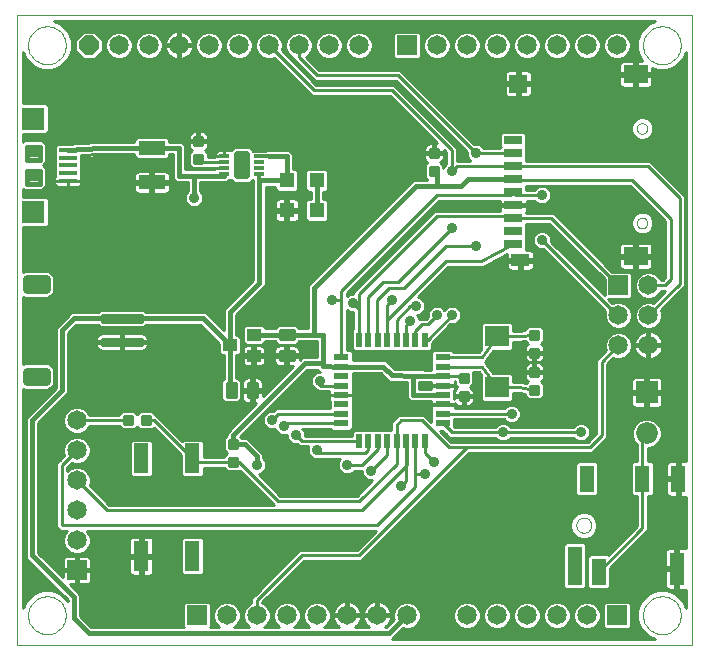
<source format=gtl>
G75*
%MOIN*%
%OFA0B0*%
%FSLAX24Y24*%
%IPPOS*%
%LPD*%
%AMOC8*
5,1,8,0,0,1.08239X$1,22.5*
%
%ADD10C,0.0000*%
%ADD11R,0.0500X0.0220*%
%ADD12R,0.0220X0.0500*%
%ADD13R,0.0600X0.0300*%
%ADD14R,0.0600X0.0400*%
%ADD15R,0.0800X0.0600*%
%ADD16R,0.0600X0.0600*%
%ADD17C,0.0157*%
%ADD18C,0.0315*%
%ADD19C,0.0275*%
%ADD20R,0.0336X0.0118*%
%ADD21C,0.0088*%
%ADD22R,0.0450X0.0400*%
%ADD23R,0.0598X0.0150*%
%ADD24C,0.0180*%
%ADD25R,0.0748X0.0748*%
%ADD26R,0.0650X0.0650*%
%ADD27C,0.0650*%
%ADD28R,0.0500X0.1000*%
%ADD29R,0.0800X0.0700*%
%ADD30R,0.0500X0.1300*%
%ADD31R,0.0500X0.0900*%
%ADD32R,0.0500X0.1100*%
%ADD33R,0.0900X0.0450*%
%ADD34R,0.0500X0.0500*%
%ADD35C,0.0100*%
%ADD36R,0.0728X0.0728*%
%ADD37C,0.0728*%
%ADD38OC8,0.0650*%
%ADD39C,0.0160*%
%ADD40C,0.0356*%
%ADD41C,0.0120*%
D10*
X004872Y000861D02*
X027372Y000861D01*
X027372Y021861D01*
X004872Y021861D01*
X004872Y000861D01*
X005242Y001861D02*
X005244Y001911D01*
X005250Y001961D01*
X005260Y002010D01*
X005274Y002058D01*
X005291Y002105D01*
X005312Y002150D01*
X005337Y002194D01*
X005365Y002235D01*
X005397Y002274D01*
X005431Y002311D01*
X005468Y002345D01*
X005508Y002375D01*
X005550Y002402D01*
X005594Y002426D01*
X005640Y002447D01*
X005687Y002463D01*
X005735Y002476D01*
X005785Y002485D01*
X005834Y002490D01*
X005885Y002491D01*
X005935Y002488D01*
X005984Y002481D01*
X006033Y002470D01*
X006081Y002455D01*
X006127Y002437D01*
X006172Y002415D01*
X006215Y002389D01*
X006256Y002360D01*
X006295Y002328D01*
X006331Y002293D01*
X006363Y002255D01*
X006393Y002215D01*
X006420Y002172D01*
X006443Y002128D01*
X006462Y002082D01*
X006478Y002034D01*
X006490Y001985D01*
X006498Y001936D01*
X006502Y001886D01*
X006502Y001836D01*
X006498Y001786D01*
X006490Y001737D01*
X006478Y001688D01*
X006462Y001640D01*
X006443Y001594D01*
X006420Y001550D01*
X006393Y001507D01*
X006363Y001467D01*
X006331Y001429D01*
X006295Y001394D01*
X006256Y001362D01*
X006215Y001333D01*
X006172Y001307D01*
X006127Y001285D01*
X006081Y001267D01*
X006033Y001252D01*
X005984Y001241D01*
X005935Y001234D01*
X005885Y001231D01*
X005834Y001232D01*
X005785Y001237D01*
X005735Y001246D01*
X005687Y001259D01*
X005640Y001275D01*
X005594Y001296D01*
X005550Y001320D01*
X005508Y001347D01*
X005468Y001377D01*
X005431Y001411D01*
X005397Y001448D01*
X005365Y001487D01*
X005337Y001528D01*
X005312Y001572D01*
X005291Y001617D01*
X005274Y001664D01*
X005260Y001712D01*
X005250Y001761D01*
X005244Y001811D01*
X005242Y001861D01*
X023522Y004861D02*
X023524Y004892D01*
X023530Y004923D01*
X023540Y004953D01*
X023553Y004981D01*
X023570Y005008D01*
X023590Y005032D01*
X023613Y005054D01*
X023638Y005072D01*
X023666Y005087D01*
X023695Y005099D01*
X023725Y005107D01*
X023756Y005111D01*
X023788Y005111D01*
X023819Y005107D01*
X023849Y005099D01*
X023878Y005087D01*
X023906Y005072D01*
X023931Y005054D01*
X023954Y005032D01*
X023974Y005008D01*
X023991Y004981D01*
X024004Y004953D01*
X024014Y004923D01*
X024020Y004892D01*
X024022Y004861D01*
X024020Y004830D01*
X024014Y004799D01*
X024004Y004769D01*
X023991Y004741D01*
X023974Y004714D01*
X023954Y004690D01*
X023931Y004668D01*
X023906Y004650D01*
X023878Y004635D01*
X023849Y004623D01*
X023819Y004615D01*
X023788Y004611D01*
X023756Y004611D01*
X023725Y004615D01*
X023695Y004623D01*
X023666Y004635D01*
X023638Y004650D01*
X023613Y004668D01*
X023590Y004690D01*
X023570Y004714D01*
X023553Y004741D01*
X023540Y004769D01*
X023530Y004799D01*
X023524Y004830D01*
X023522Y004861D01*
X025742Y001861D02*
X025744Y001911D01*
X025750Y001961D01*
X025760Y002010D01*
X025774Y002058D01*
X025791Y002105D01*
X025812Y002150D01*
X025837Y002194D01*
X025865Y002235D01*
X025897Y002274D01*
X025931Y002311D01*
X025968Y002345D01*
X026008Y002375D01*
X026050Y002402D01*
X026094Y002426D01*
X026140Y002447D01*
X026187Y002463D01*
X026235Y002476D01*
X026285Y002485D01*
X026334Y002490D01*
X026385Y002491D01*
X026435Y002488D01*
X026484Y002481D01*
X026533Y002470D01*
X026581Y002455D01*
X026627Y002437D01*
X026672Y002415D01*
X026715Y002389D01*
X026756Y002360D01*
X026795Y002328D01*
X026831Y002293D01*
X026863Y002255D01*
X026893Y002215D01*
X026920Y002172D01*
X026943Y002128D01*
X026962Y002082D01*
X026978Y002034D01*
X026990Y001985D01*
X026998Y001936D01*
X027002Y001886D01*
X027002Y001836D01*
X026998Y001786D01*
X026990Y001737D01*
X026978Y001688D01*
X026962Y001640D01*
X026943Y001594D01*
X026920Y001550D01*
X026893Y001507D01*
X026863Y001467D01*
X026831Y001429D01*
X026795Y001394D01*
X026756Y001362D01*
X026715Y001333D01*
X026672Y001307D01*
X026627Y001285D01*
X026581Y001267D01*
X026533Y001252D01*
X026484Y001241D01*
X026435Y001234D01*
X026385Y001231D01*
X026334Y001232D01*
X026285Y001237D01*
X026235Y001246D01*
X026187Y001259D01*
X026140Y001275D01*
X026094Y001296D01*
X026050Y001320D01*
X026008Y001347D01*
X025968Y001377D01*
X025931Y001411D01*
X025897Y001448D01*
X025865Y001487D01*
X025837Y001528D01*
X025812Y001572D01*
X025791Y001617D01*
X025774Y001664D01*
X025760Y001712D01*
X025750Y001761D01*
X025744Y001811D01*
X025742Y001861D01*
X025538Y014937D02*
X025540Y014963D01*
X025546Y014989D01*
X025555Y015013D01*
X025568Y015036D01*
X025585Y015056D01*
X025604Y015074D01*
X025626Y015089D01*
X025649Y015100D01*
X025674Y015108D01*
X025700Y015112D01*
X025726Y015112D01*
X025752Y015108D01*
X025777Y015100D01*
X025801Y015089D01*
X025822Y015074D01*
X025841Y015056D01*
X025858Y015036D01*
X025871Y015013D01*
X025880Y014989D01*
X025886Y014963D01*
X025888Y014937D01*
X025886Y014911D01*
X025880Y014885D01*
X025871Y014861D01*
X025858Y014838D01*
X025841Y014818D01*
X025822Y014800D01*
X025800Y014785D01*
X025777Y014774D01*
X025752Y014766D01*
X025726Y014762D01*
X025700Y014762D01*
X025674Y014766D01*
X025649Y014774D01*
X025625Y014785D01*
X025604Y014800D01*
X025585Y014818D01*
X025568Y014838D01*
X025555Y014861D01*
X025546Y014885D01*
X025540Y014911D01*
X025538Y014937D01*
X025538Y018087D02*
X025540Y018113D01*
X025546Y018139D01*
X025555Y018163D01*
X025568Y018186D01*
X025585Y018206D01*
X025604Y018224D01*
X025626Y018239D01*
X025649Y018250D01*
X025674Y018258D01*
X025700Y018262D01*
X025726Y018262D01*
X025752Y018258D01*
X025777Y018250D01*
X025801Y018239D01*
X025822Y018224D01*
X025841Y018206D01*
X025858Y018186D01*
X025871Y018163D01*
X025880Y018139D01*
X025886Y018113D01*
X025888Y018087D01*
X025886Y018061D01*
X025880Y018035D01*
X025871Y018011D01*
X025858Y017988D01*
X025841Y017968D01*
X025822Y017950D01*
X025800Y017935D01*
X025777Y017924D01*
X025752Y017916D01*
X025726Y017912D01*
X025700Y017912D01*
X025674Y017916D01*
X025649Y017924D01*
X025625Y017935D01*
X025604Y017950D01*
X025585Y017968D01*
X025568Y017988D01*
X025555Y018011D01*
X025546Y018035D01*
X025540Y018061D01*
X025538Y018087D01*
X025742Y020861D02*
X025744Y020911D01*
X025750Y020961D01*
X025760Y021010D01*
X025774Y021058D01*
X025791Y021105D01*
X025812Y021150D01*
X025837Y021194D01*
X025865Y021235D01*
X025897Y021274D01*
X025931Y021311D01*
X025968Y021345D01*
X026008Y021375D01*
X026050Y021402D01*
X026094Y021426D01*
X026140Y021447D01*
X026187Y021463D01*
X026235Y021476D01*
X026285Y021485D01*
X026334Y021490D01*
X026385Y021491D01*
X026435Y021488D01*
X026484Y021481D01*
X026533Y021470D01*
X026581Y021455D01*
X026627Y021437D01*
X026672Y021415D01*
X026715Y021389D01*
X026756Y021360D01*
X026795Y021328D01*
X026831Y021293D01*
X026863Y021255D01*
X026893Y021215D01*
X026920Y021172D01*
X026943Y021128D01*
X026962Y021082D01*
X026978Y021034D01*
X026990Y020985D01*
X026998Y020936D01*
X027002Y020886D01*
X027002Y020836D01*
X026998Y020786D01*
X026990Y020737D01*
X026978Y020688D01*
X026962Y020640D01*
X026943Y020594D01*
X026920Y020550D01*
X026893Y020507D01*
X026863Y020467D01*
X026831Y020429D01*
X026795Y020394D01*
X026756Y020362D01*
X026715Y020333D01*
X026672Y020307D01*
X026627Y020285D01*
X026581Y020267D01*
X026533Y020252D01*
X026484Y020241D01*
X026435Y020234D01*
X026385Y020231D01*
X026334Y020232D01*
X026285Y020237D01*
X026235Y020246D01*
X026187Y020259D01*
X026140Y020275D01*
X026094Y020296D01*
X026050Y020320D01*
X026008Y020347D01*
X025968Y020377D01*
X025931Y020411D01*
X025897Y020448D01*
X025865Y020487D01*
X025837Y020528D01*
X025812Y020572D01*
X025791Y020617D01*
X025774Y020664D01*
X025760Y020712D01*
X025750Y020761D01*
X025744Y020811D01*
X025742Y020861D01*
X005242Y020861D02*
X005244Y020911D01*
X005250Y020961D01*
X005260Y021010D01*
X005274Y021058D01*
X005291Y021105D01*
X005312Y021150D01*
X005337Y021194D01*
X005365Y021235D01*
X005397Y021274D01*
X005431Y021311D01*
X005468Y021345D01*
X005508Y021375D01*
X005550Y021402D01*
X005594Y021426D01*
X005640Y021447D01*
X005687Y021463D01*
X005735Y021476D01*
X005785Y021485D01*
X005834Y021490D01*
X005885Y021491D01*
X005935Y021488D01*
X005984Y021481D01*
X006033Y021470D01*
X006081Y021455D01*
X006127Y021437D01*
X006172Y021415D01*
X006215Y021389D01*
X006256Y021360D01*
X006295Y021328D01*
X006331Y021293D01*
X006363Y021255D01*
X006393Y021215D01*
X006420Y021172D01*
X006443Y021128D01*
X006462Y021082D01*
X006478Y021034D01*
X006490Y020985D01*
X006498Y020936D01*
X006502Y020886D01*
X006502Y020836D01*
X006498Y020786D01*
X006490Y020737D01*
X006478Y020688D01*
X006462Y020640D01*
X006443Y020594D01*
X006420Y020550D01*
X006393Y020507D01*
X006363Y020467D01*
X006331Y020429D01*
X006295Y020394D01*
X006256Y020362D01*
X006215Y020333D01*
X006172Y020307D01*
X006127Y020285D01*
X006081Y020267D01*
X006033Y020252D01*
X005984Y020241D01*
X005935Y020234D01*
X005885Y020231D01*
X005834Y020232D01*
X005785Y020237D01*
X005735Y020246D01*
X005687Y020259D01*
X005640Y020275D01*
X005594Y020296D01*
X005550Y020320D01*
X005508Y020347D01*
X005468Y020377D01*
X005431Y020411D01*
X005397Y020448D01*
X005365Y020487D01*
X005337Y020528D01*
X005312Y020572D01*
X005291Y020617D01*
X005274Y020664D01*
X005260Y020712D01*
X005250Y020761D01*
X005244Y020811D01*
X005242Y020861D01*
D11*
X015682Y010463D03*
X015682Y010148D03*
X015682Y009833D03*
X015682Y009518D03*
X015682Y009203D03*
X015682Y008888D03*
X015682Y008573D03*
X015682Y008258D03*
X019062Y008258D03*
X019062Y008573D03*
X019062Y008888D03*
X019062Y009203D03*
X019062Y009518D03*
X019062Y009833D03*
X019062Y010148D03*
X019062Y010463D03*
D12*
X018474Y011051D03*
X018159Y011051D03*
X017844Y011051D03*
X017529Y011051D03*
X017214Y011051D03*
X016900Y011051D03*
X016585Y011051D03*
X016270Y011051D03*
X016270Y007671D03*
X016585Y007671D03*
X016900Y007671D03*
X017214Y007671D03*
X017529Y007671D03*
X017844Y007671D03*
X018159Y007671D03*
X018474Y007671D03*
D13*
X021422Y014228D03*
X021422Y014661D03*
X021422Y015095D03*
X021422Y015528D03*
X021422Y015961D03*
X021422Y016394D03*
X021422Y016827D03*
X021422Y017260D03*
X021422Y017693D03*
D14*
X021658Y013698D03*
D15*
X025506Y013835D03*
X025506Y019898D03*
D16*
X021576Y019575D03*
D17*
X009002Y011675D02*
X007742Y011675D01*
X007742Y011833D01*
X009002Y011833D01*
X009002Y011675D01*
X009002Y011831D02*
X007742Y011831D01*
X007742Y010888D02*
X009002Y010888D01*
X007742Y010888D02*
X007742Y011046D01*
X009002Y011046D01*
X009002Y010888D01*
X009002Y011044D02*
X007742Y011044D01*
D18*
X005828Y009667D02*
X005198Y009667D01*
X005198Y009983D01*
X005828Y009983D01*
X005828Y009667D01*
X005828Y009981D02*
X005198Y009981D01*
X005198Y012738D02*
X005828Y012738D01*
X005198Y012738D02*
X005198Y013054D01*
X005828Y013054D01*
X005828Y012738D01*
X005828Y013052D02*
X005198Y013052D01*
D19*
X012234Y016523D02*
X012234Y017199D01*
X012510Y017199D01*
X012510Y016523D01*
X012234Y016523D01*
X012234Y016797D02*
X012510Y016797D01*
X012510Y017071D02*
X012234Y017071D01*
D20*
X011790Y017156D03*
X011790Y016959D03*
X011790Y016762D03*
X011790Y016565D03*
X012953Y016565D03*
X012953Y016762D03*
X012953Y016959D03*
X012953Y017156D03*
D21*
X010791Y017192D02*
X010791Y016930D01*
X010791Y017192D02*
X011053Y017192D01*
X011053Y016930D01*
X010791Y016930D01*
X010791Y017017D02*
X011053Y017017D01*
X011053Y017104D02*
X010791Y017104D01*
X010791Y017191D02*
X011053Y017191D01*
X010791Y017530D02*
X010791Y017792D01*
X011053Y017792D01*
X011053Y017530D01*
X010791Y017530D01*
X010791Y017617D02*
X011053Y017617D01*
X011053Y017704D02*
X010791Y017704D01*
X010791Y017791D02*
X011053Y017791D01*
X018903Y017392D02*
X018903Y017130D01*
X018641Y017130D01*
X018641Y017392D01*
X018903Y017392D01*
X018903Y017217D02*
X018641Y017217D01*
X018641Y017304D02*
X018903Y017304D01*
X018903Y017391D02*
X018641Y017391D01*
X018903Y016792D02*
X018903Y016530D01*
X018641Y016530D01*
X018641Y016792D01*
X018903Y016792D01*
X018903Y016617D02*
X018641Y016617D01*
X018641Y016704D02*
X018903Y016704D01*
X018903Y016791D02*
X018641Y016791D01*
X022253Y011342D02*
X022253Y011080D01*
X021991Y011080D01*
X021991Y011342D01*
X022253Y011342D01*
X022253Y011167D02*
X021991Y011167D01*
X021991Y011254D02*
X022253Y011254D01*
X022253Y011341D02*
X021991Y011341D01*
X022253Y010742D02*
X022253Y010480D01*
X021991Y010480D01*
X021991Y010742D01*
X022253Y010742D01*
X022253Y010567D02*
X021991Y010567D01*
X021991Y010654D02*
X022253Y010654D01*
X022253Y010741D02*
X021991Y010741D01*
X021991Y010092D02*
X021991Y009830D01*
X021991Y010092D02*
X022253Y010092D01*
X022253Y009830D01*
X021991Y009830D01*
X021991Y009917D02*
X022253Y009917D01*
X022253Y010004D02*
X021991Y010004D01*
X021991Y010091D02*
X022253Y010091D01*
X021991Y009492D02*
X021991Y009230D01*
X021991Y009492D02*
X022253Y009492D01*
X022253Y009230D01*
X021991Y009230D01*
X021991Y009317D02*
X022253Y009317D01*
X022253Y009404D02*
X021991Y009404D01*
X021991Y009491D02*
X022253Y009491D01*
X019903Y009630D02*
X019903Y009892D01*
X019903Y009630D02*
X019641Y009630D01*
X019641Y009892D01*
X019903Y009892D01*
X019903Y009717D02*
X019641Y009717D01*
X019641Y009804D02*
X019903Y009804D01*
X019903Y009891D02*
X019641Y009891D01*
X019903Y009292D02*
X019903Y009030D01*
X019641Y009030D01*
X019641Y009292D01*
X019903Y009292D01*
X019903Y009117D02*
X019641Y009117D01*
X019641Y009204D02*
X019903Y009204D01*
X019903Y009291D02*
X019641Y009291D01*
X011941Y007692D02*
X011941Y007430D01*
X011941Y007692D02*
X012203Y007692D01*
X012203Y007430D01*
X011941Y007430D01*
X011941Y007517D02*
X012203Y007517D01*
X012203Y007604D02*
X011941Y007604D01*
X011941Y007691D02*
X012203Y007691D01*
X011941Y007092D02*
X011941Y006830D01*
X011941Y007092D02*
X012203Y007092D01*
X012203Y006830D01*
X011941Y006830D01*
X011941Y006917D02*
X012203Y006917D01*
X012203Y007004D02*
X011941Y007004D01*
X011941Y007091D02*
X012203Y007091D01*
X009303Y008230D02*
X009041Y008230D01*
X009041Y008492D01*
X009303Y008492D01*
X009303Y008230D01*
X009303Y008317D02*
X009041Y008317D01*
X009041Y008404D02*
X009303Y008404D01*
X009303Y008491D02*
X009041Y008491D01*
X008703Y008230D02*
X008441Y008230D01*
X008441Y008492D01*
X008703Y008492D01*
X008703Y008230D01*
X008703Y008317D02*
X008441Y008317D01*
X008441Y008404D02*
X008703Y008404D01*
X008703Y008491D02*
X008441Y008491D01*
D22*
X011972Y010861D03*
X012772Y011211D03*
X012772Y010511D03*
D23*
X006572Y016349D03*
X006572Y016605D03*
X006572Y016861D03*
X006572Y017117D03*
X006572Y017372D03*
D24*
X005212Y017471D02*
X005212Y017051D01*
X005212Y017471D02*
X005632Y017471D01*
X005632Y017051D01*
X005212Y017051D01*
X005212Y017230D02*
X005632Y017230D01*
X005632Y017409D02*
X005212Y017409D01*
X005212Y016671D02*
X005212Y016251D01*
X005212Y016671D02*
X005632Y016671D01*
X005632Y016251D01*
X005212Y016251D01*
X005212Y016430D02*
X005632Y016430D01*
X005632Y016609D02*
X005212Y016609D01*
D25*
X005422Y015306D03*
X005422Y018416D03*
D26*
X017872Y020861D03*
X024922Y012861D03*
X024872Y001861D03*
X010872Y001861D03*
X006872Y003361D03*
D27*
X006872Y004361D03*
X006872Y005361D03*
X006872Y006361D03*
X006872Y007361D03*
X006872Y008361D03*
X011872Y001861D03*
X012872Y001861D03*
X013872Y001861D03*
X014872Y001861D03*
X015872Y001861D03*
X016872Y001861D03*
X017872Y001861D03*
X019872Y001861D03*
X020872Y001861D03*
X021872Y001861D03*
X022872Y001861D03*
X023872Y001861D03*
X024922Y010861D03*
X025922Y010861D03*
X025922Y011861D03*
X024922Y011861D03*
X025922Y012861D03*
X024872Y020861D03*
X023872Y020861D03*
X022872Y020861D03*
X021872Y020861D03*
X020872Y020861D03*
X019872Y020861D03*
X018872Y020861D03*
X016272Y020861D03*
X015272Y020861D03*
X014272Y020861D03*
X013272Y020861D03*
X012272Y020861D03*
X011272Y020861D03*
X010272Y020861D03*
X009272Y020861D03*
X008272Y020861D03*
D28*
X009022Y007086D03*
X010722Y007086D03*
X010722Y003835D03*
X009022Y003835D03*
D29*
X020872Y009461D03*
X020872Y011161D03*
D30*
X023472Y003511D03*
D31*
X024272Y003311D03*
X023872Y006411D03*
X025722Y006411D03*
X026922Y006411D03*
D32*
X026872Y003411D03*
D33*
X009372Y016286D03*
X009372Y017436D03*
D34*
X013872Y016361D03*
X014872Y016361D03*
X014872Y015361D03*
X013872Y015361D03*
D35*
X013922Y015340D02*
X014492Y015340D01*
X014492Y015242D02*
X014272Y015242D01*
X014272Y015311D02*
X013922Y015311D01*
X013922Y015411D01*
X013822Y015411D01*
X013822Y015761D01*
X013602Y015761D01*
X013564Y015750D01*
X013530Y015731D01*
X013502Y015703D01*
X013482Y015669D01*
X013472Y015630D01*
X013472Y015411D01*
X013822Y015411D01*
X013822Y015311D01*
X013472Y015311D01*
X013472Y015091D01*
X013482Y015053D01*
X013502Y015019D01*
X013530Y014991D01*
X013564Y014971D01*
X013602Y014961D01*
X013822Y014961D01*
X013822Y015311D01*
X013922Y015311D01*
X013922Y014961D01*
X014142Y014961D01*
X014180Y014971D01*
X014214Y014991D01*
X014242Y015019D01*
X014262Y015053D01*
X014272Y015091D01*
X014272Y015311D01*
X014272Y015411D02*
X013922Y015411D01*
X013922Y015761D01*
X014142Y015761D01*
X014180Y015750D01*
X014214Y015731D01*
X014242Y015703D01*
X014262Y015669D01*
X014272Y015630D01*
X014272Y015411D01*
X014272Y015439D02*
X014492Y015439D01*
X014492Y015537D02*
X014272Y015537D01*
X014271Y015636D02*
X014492Y015636D01*
X014492Y015665D02*
X014492Y015057D01*
X014568Y014981D01*
X015176Y014981D01*
X015252Y015057D01*
X015252Y015665D01*
X015176Y015741D01*
X015082Y015741D01*
X015082Y015981D01*
X015176Y015981D01*
X015252Y016057D01*
X015252Y016665D01*
X015176Y016741D01*
X014568Y016741D01*
X014492Y016665D01*
X014492Y016057D01*
X014568Y015981D01*
X014662Y015981D01*
X014662Y015741D01*
X014568Y015741D01*
X014492Y015665D01*
X014562Y015734D02*
X014208Y015734D01*
X014176Y015981D02*
X014252Y016057D01*
X014252Y016665D01*
X014176Y016741D01*
X014082Y016741D01*
X014082Y017243D01*
X013954Y017371D01*
X013185Y017371D01*
X013160Y017346D01*
X012875Y017346D01*
X012874Y017345D01*
X012738Y017345D01*
X012736Y017350D01*
X012661Y017425D01*
X012563Y017466D01*
X012181Y017466D01*
X012083Y017425D01*
X012014Y017356D01*
X011978Y017365D01*
X011790Y017365D01*
X011603Y017365D01*
X011564Y017355D01*
X011530Y017335D01*
X011502Y017307D01*
X011483Y017273D01*
X011472Y017235D01*
X011472Y017156D01*
X011790Y017156D01*
X011790Y017156D01*
X011472Y017156D01*
X011472Y017139D01*
X011227Y017139D01*
X011227Y017264D01*
X011137Y017354D01*
X011172Y017374D01*
X011208Y017410D01*
X011234Y017455D01*
X011247Y017504D01*
X011247Y017623D01*
X010959Y017623D01*
X010959Y017698D01*
X010884Y017698D01*
X010884Y017623D01*
X010597Y017623D01*
X010597Y017504D01*
X010610Y017455D01*
X010636Y017410D01*
X010672Y017374D01*
X010707Y017354D01*
X010617Y017264D01*
X010617Y016857D01*
X010719Y016756D01*
X011125Y016756D01*
X011149Y016779D01*
X011472Y016779D01*
X011472Y016762D01*
X011472Y016721D01*
X010482Y016721D01*
X010482Y017523D01*
X010359Y017646D01*
X009952Y017646D01*
X009952Y017715D01*
X009876Y017791D01*
X008868Y017791D01*
X008792Y017715D01*
X008792Y017646D01*
X007715Y017646D01*
X007710Y017650D01*
X007629Y017646D01*
X007548Y017646D01*
X007543Y017641D01*
X006478Y017577D01*
X006219Y017577D01*
X006143Y017501D01*
X006143Y016498D01*
X006133Y016482D01*
X006123Y016443D01*
X006123Y016349D01*
X006572Y016349D01*
X007021Y016349D01*
X007021Y016443D01*
X007011Y016482D01*
X007001Y016498D01*
X007001Y017188D01*
X007641Y017226D01*
X008792Y017226D01*
X008792Y017157D01*
X008868Y017081D01*
X009876Y017081D01*
X009952Y017157D01*
X009952Y017226D01*
X010062Y017226D01*
X010062Y016424D01*
X009972Y016424D01*
X009972Y016336D02*
X009972Y016530D01*
X009962Y016569D01*
X009942Y016603D01*
X009914Y016631D01*
X009880Y016650D01*
X009842Y016661D01*
X009422Y016661D01*
X009422Y016336D01*
X009322Y016336D01*
X009322Y016661D01*
X008902Y016661D01*
X008864Y016650D01*
X008830Y016631D01*
X008802Y016603D01*
X008782Y016569D01*
X008772Y016530D01*
X008772Y016336D01*
X009322Y016336D01*
X009322Y016236D01*
X008772Y016236D01*
X008772Y016041D01*
X008782Y016003D01*
X008802Y015969D01*
X008830Y015941D01*
X008864Y015921D01*
X008902Y015911D01*
X009322Y015911D01*
X009322Y016236D01*
X009422Y016236D01*
X009422Y016336D01*
X009972Y016336D01*
X009972Y016236D02*
X009422Y016236D01*
X009422Y015911D01*
X009842Y015911D01*
X009880Y015921D01*
X009914Y015941D01*
X009942Y015969D01*
X009962Y016003D01*
X009972Y016041D01*
X009972Y016236D01*
X009972Y016227D02*
X010562Y016227D01*
X010562Y016301D02*
X010185Y016301D01*
X010062Y016424D01*
X010062Y016522D02*
X009972Y016522D01*
X009924Y016621D02*
X010062Y016621D01*
X010062Y016719D02*
X007001Y016719D01*
X007001Y016621D02*
X008820Y016621D01*
X008772Y016522D02*
X007001Y016522D01*
X007021Y016424D02*
X008772Y016424D01*
X008772Y016227D02*
X007014Y016227D01*
X007011Y016216D02*
X007021Y016254D01*
X007021Y016349D01*
X006572Y016349D01*
X006572Y016349D01*
X006572Y016349D01*
X006572Y016124D01*
X006891Y016124D01*
X006929Y016134D01*
X006963Y016154D01*
X006991Y016182D01*
X007011Y016216D01*
X007021Y016325D02*
X009322Y016325D01*
X009322Y016227D02*
X009422Y016227D01*
X009422Y016325D02*
X010160Y016325D01*
X009972Y016128D02*
X010562Y016128D01*
X010562Y016030D02*
X009969Y016030D01*
X009898Y015931D02*
X010509Y015931D01*
X010511Y015935D02*
X010464Y015822D01*
X010464Y015699D01*
X010511Y015586D01*
X010597Y015499D01*
X010711Y015453D01*
X010833Y015453D01*
X010946Y015499D01*
X011033Y015586D01*
X011080Y015699D01*
X011080Y015822D01*
X011033Y015935D01*
X010982Y015986D01*
X010982Y016301D01*
X011859Y016301D01*
X011935Y016376D01*
X012006Y016376D01*
X012008Y016372D01*
X012083Y016296D01*
X012181Y016256D01*
X012563Y016256D01*
X012661Y016296D01*
X012736Y016372D01*
X012738Y016376D01*
X012743Y016376D01*
X012743Y013029D01*
X011885Y012171D01*
X011762Y012048D01*
X011762Y011368D01*
X011165Y011964D01*
X009166Y011964D01*
X009088Y012042D01*
X007656Y012042D01*
X007578Y011964D01*
X006865Y011964D01*
X006859Y011971D01*
X006685Y011971D01*
X006562Y011848D01*
X006162Y011448D01*
X006162Y009448D01*
X005162Y008448D01*
X005162Y003774D01*
X005285Y003651D01*
X006562Y002374D01*
X006562Y002344D01*
X006342Y002564D01*
X006037Y002691D01*
X005707Y002691D01*
X005402Y002564D01*
X005168Y002331D01*
X005072Y002098D01*
X005072Y009409D01*
X005141Y009380D01*
X005885Y009380D01*
X005991Y009424D01*
X006072Y009505D01*
X006116Y009611D01*
X006116Y010040D01*
X006072Y010146D01*
X005991Y010226D01*
X005885Y010270D01*
X005141Y010270D01*
X005072Y010242D01*
X005072Y012480D01*
X005141Y012451D01*
X005885Y012451D01*
X005991Y012495D01*
X006072Y012576D01*
X006116Y012681D01*
X006116Y013111D01*
X006072Y013216D01*
X005991Y013297D01*
X005885Y013341D01*
X005141Y013341D01*
X005072Y013312D01*
X005072Y014802D01*
X005850Y014802D01*
X005926Y014878D01*
X005926Y015733D01*
X005850Y015810D01*
X005072Y015810D01*
X005072Y016080D01*
X005121Y016031D01*
X005723Y016031D01*
X005852Y016160D01*
X005852Y016762D01*
X005753Y016861D01*
X005852Y016960D01*
X005852Y017562D01*
X005723Y017691D01*
X005121Y017691D01*
X005072Y017642D01*
X005072Y017912D01*
X005850Y017912D01*
X005926Y017988D01*
X005926Y018844D01*
X005850Y018920D01*
X005072Y018920D01*
X005072Y020623D01*
X005168Y020391D01*
X005402Y020157D01*
X005707Y020031D01*
X006037Y020031D01*
X006342Y020157D01*
X006576Y020391D01*
X006702Y020696D01*
X006702Y021026D01*
X006576Y021331D01*
X006342Y021564D01*
X006109Y021661D01*
X026135Y021661D01*
X025902Y021564D01*
X025668Y021331D01*
X025542Y021026D01*
X025542Y020696D01*
X025668Y020391D01*
X025711Y020348D01*
X025556Y020348D01*
X025556Y019948D01*
X025456Y019948D01*
X025456Y020348D01*
X025086Y020348D01*
X025048Y020337D01*
X025014Y020318D01*
X024986Y020290D01*
X024966Y020256D01*
X024956Y020217D01*
X024956Y019948D01*
X025456Y019948D01*
X025456Y019848D01*
X024956Y019848D01*
X024956Y019578D01*
X024966Y019540D01*
X024986Y019506D01*
X025014Y019478D01*
X025048Y019458D01*
X025086Y019448D01*
X025456Y019448D01*
X025456Y019848D01*
X025556Y019848D01*
X025556Y019948D01*
X026056Y019948D01*
X026056Y020093D01*
X026207Y020031D01*
X026537Y020031D01*
X026842Y020157D01*
X027076Y020391D01*
X027172Y020623D01*
X027172Y007011D01*
X026972Y007011D01*
X026972Y006461D01*
X026872Y006461D01*
X026872Y007011D01*
X026652Y007011D01*
X026614Y007000D01*
X026580Y006981D01*
X026552Y006953D01*
X026532Y006919D01*
X026522Y006880D01*
X026522Y006461D01*
X026872Y006461D01*
X026872Y006361D01*
X026522Y006361D01*
X026522Y005941D01*
X026532Y005903D01*
X026552Y005869D01*
X026580Y005841D01*
X026614Y005821D01*
X026652Y005811D01*
X026872Y005811D01*
X026872Y006361D01*
X026972Y006361D01*
X026972Y005811D01*
X027172Y005811D01*
X027172Y004103D01*
X027142Y004111D01*
X026922Y004111D01*
X026922Y003461D01*
X026822Y003461D01*
X026822Y004111D01*
X026602Y004111D01*
X026564Y004100D01*
X026530Y004081D01*
X026502Y004053D01*
X026482Y004019D01*
X026472Y003980D01*
X026472Y003461D01*
X026822Y003461D01*
X026822Y003361D01*
X026472Y003361D01*
X026472Y002841D01*
X026482Y002803D01*
X026502Y002769D01*
X026530Y002741D01*
X026564Y002721D01*
X026602Y002711D01*
X026822Y002711D01*
X026822Y003361D01*
X026922Y003361D01*
X026922Y002711D01*
X027142Y002711D01*
X027172Y002719D01*
X027172Y002098D01*
X027076Y002331D01*
X026842Y002564D01*
X026537Y002691D01*
X026207Y002691D01*
X025902Y002564D01*
X025668Y002331D01*
X025542Y002026D01*
X025542Y001696D01*
X025668Y001391D01*
X025902Y001157D01*
X026135Y001061D01*
X017369Y001061D01*
X017482Y001174D01*
X017734Y001425D01*
X017781Y001406D01*
X017962Y001406D01*
X018130Y001475D01*
X018258Y001603D01*
X018327Y001770D01*
X018327Y001951D01*
X018258Y002118D01*
X018130Y002246D01*
X017962Y002316D01*
X017781Y002316D01*
X017614Y002246D01*
X017486Y002118D01*
X017417Y001951D01*
X017417Y001770D01*
X017437Y001722D01*
X017185Y001471D01*
X017143Y001471D01*
X017181Y001498D01*
X017234Y001551D01*
X017278Y001612D01*
X017312Y001678D01*
X017335Y001749D01*
X017347Y001823D01*
X016909Y001823D01*
X016909Y001898D01*
X016834Y001898D01*
X016834Y001823D01*
X016397Y001823D01*
X016409Y001749D01*
X016432Y001678D01*
X016466Y001612D01*
X016510Y001551D01*
X016562Y001498D01*
X016601Y001471D01*
X016143Y001471D01*
X016181Y001498D01*
X016234Y001551D01*
X016278Y001612D01*
X016312Y001678D01*
X016335Y001749D01*
X016347Y001823D01*
X015909Y001823D01*
X015909Y001898D01*
X015834Y001898D01*
X015834Y001823D01*
X015397Y001823D01*
X015409Y001749D01*
X015432Y001678D01*
X015466Y001612D01*
X015510Y001551D01*
X015562Y001498D01*
X015601Y001471D01*
X015119Y001471D01*
X015130Y001475D01*
X015258Y001603D01*
X015327Y001770D01*
X015327Y001951D01*
X015258Y002118D01*
X015130Y002246D01*
X014962Y002316D01*
X014781Y002316D01*
X014614Y002246D01*
X014486Y002118D01*
X014417Y001951D01*
X014417Y001770D01*
X014486Y001603D01*
X014614Y001475D01*
X014625Y001471D01*
X014119Y001471D01*
X014130Y001475D01*
X014258Y001603D01*
X014327Y001770D01*
X014327Y001951D01*
X014258Y002118D01*
X014130Y002246D01*
X013962Y002316D01*
X013781Y002316D01*
X013614Y002246D01*
X013486Y002118D01*
X013417Y001951D01*
X013417Y001770D01*
X013486Y001603D01*
X013614Y001475D01*
X013625Y001471D01*
X013119Y001471D01*
X013130Y001475D01*
X013258Y001603D01*
X013327Y001770D01*
X013327Y001951D01*
X013258Y002118D01*
X013130Y002246D01*
X013052Y002279D01*
X013052Y002286D01*
X014446Y003681D01*
X016346Y003681D01*
X019946Y007281D01*
X024046Y007281D01*
X024446Y007681D01*
X024552Y007786D01*
X024552Y010236D01*
X024754Y010438D01*
X024831Y010406D01*
X025012Y010406D01*
X025180Y010475D01*
X025308Y010603D01*
X025377Y010770D01*
X025377Y010951D01*
X025308Y011118D01*
X025180Y011246D01*
X025012Y011316D01*
X024831Y011316D01*
X024664Y011246D01*
X024536Y011118D01*
X024467Y010951D01*
X024467Y010770D01*
X024499Y010692D01*
X024192Y010385D01*
X024192Y007935D01*
X023897Y007641D01*
X019346Y007641D01*
X018969Y008018D01*
X019047Y008018D01*
X019180Y007886D01*
X019285Y007781D01*
X020816Y007781D01*
X020897Y007699D01*
X021011Y007653D01*
X021133Y007653D01*
X021246Y007699D01*
X021328Y007781D01*
X023416Y007781D01*
X023497Y007699D01*
X023611Y007653D01*
X023733Y007653D01*
X023846Y007699D01*
X023933Y007786D01*
X023980Y007899D01*
X023980Y008022D01*
X023933Y008135D01*
X023846Y008222D01*
X023733Y008269D01*
X023611Y008269D01*
X023497Y008222D01*
X023416Y008141D01*
X021328Y008141D01*
X021246Y008222D01*
X021133Y008269D01*
X021011Y008269D01*
X020897Y008222D01*
X020816Y008141D01*
X019442Y008141D01*
X019442Y008393D01*
X021106Y008393D01*
X021187Y008312D01*
X021301Y008265D01*
X021423Y008265D01*
X021536Y008312D01*
X021623Y008399D01*
X021670Y008512D01*
X021670Y008635D01*
X021623Y008748D01*
X021536Y008834D01*
X021423Y008881D01*
X021301Y008881D01*
X021187Y008834D01*
X021106Y008753D01*
X019461Y008753D01*
X019462Y008758D01*
X019462Y008883D01*
X019067Y008883D01*
X019067Y008893D01*
X019462Y008893D01*
X019462Y008952D01*
X019486Y008910D01*
X019522Y008874D01*
X019566Y008849D01*
X019615Y008836D01*
X019734Y008836D01*
X019734Y009123D01*
X019447Y009123D01*
X019447Y009064D01*
X019442Y009073D01*
X019442Y009333D01*
X019452Y009350D01*
X019462Y009388D01*
X019462Y009513D01*
X019067Y009513D01*
X019067Y009523D01*
X019462Y009523D01*
X019462Y009648D01*
X019461Y009653D01*
X019467Y009653D01*
X019467Y009557D01*
X019557Y009467D01*
X019522Y009447D01*
X019486Y009411D01*
X019460Y009367D01*
X019447Y009317D01*
X019447Y009198D01*
X019734Y009198D01*
X019734Y009123D01*
X019809Y009123D01*
X019809Y008836D01*
X019929Y008836D01*
X019978Y008849D01*
X020022Y008874D01*
X020058Y008910D01*
X020084Y008955D01*
X020097Y009004D01*
X020097Y009123D01*
X019809Y009123D01*
X019809Y009198D01*
X020097Y009198D01*
X020097Y009317D01*
X020084Y009367D01*
X020058Y009411D01*
X020022Y009447D01*
X019987Y009467D01*
X020077Y009557D01*
X020077Y009964D01*
X020073Y009968D01*
X020280Y009968D01*
X020350Y009872D01*
X020342Y009865D01*
X020342Y009057D01*
X020418Y008981D01*
X021326Y008981D01*
X021402Y009057D01*
X021402Y009281D01*
X021604Y009281D01*
X021817Y009238D01*
X021817Y009157D01*
X021919Y009056D01*
X022325Y009056D01*
X022427Y009157D01*
X022427Y009564D01*
X022337Y009654D01*
X022372Y009674D01*
X022408Y009710D01*
X022434Y009755D01*
X022447Y009804D01*
X022447Y009923D01*
X022159Y009923D01*
X022159Y009998D01*
X022084Y009998D01*
X022084Y009923D01*
X021797Y009923D01*
X021797Y009804D01*
X021810Y009755D01*
X021836Y009710D01*
X021872Y009674D01*
X021907Y009654D01*
X021851Y009598D01*
X021711Y009626D01*
X021696Y009641D01*
X021640Y009641D01*
X021584Y009652D01*
X021567Y009641D01*
X021402Y009641D01*
X021402Y009865D01*
X021326Y009941D01*
X020745Y009941D01*
X020552Y010207D01*
X020552Y010223D01*
X020509Y010265D01*
X020480Y010305D01*
X020510Y010346D01*
X020552Y010388D01*
X020552Y010405D01*
X020749Y010681D01*
X021326Y010681D01*
X021402Y010757D01*
X021402Y010981D01*
X021558Y010981D01*
X021566Y010974D01*
X021631Y010981D01*
X021696Y010981D01*
X021704Y010988D01*
X021824Y011000D01*
X021907Y010917D01*
X021872Y010897D01*
X021836Y010861D01*
X021810Y010817D01*
X021797Y010767D01*
X021797Y010648D01*
X022084Y010648D01*
X022084Y010573D01*
X021797Y010573D01*
X021797Y010454D01*
X021810Y010405D01*
X021836Y010360D01*
X021872Y010324D01*
X021916Y010299D01*
X021965Y010286D01*
X022084Y010286D01*
X022084Y010573D01*
X022159Y010573D01*
X022159Y010286D01*
X022279Y010286D01*
X022328Y010299D01*
X022372Y010324D01*
X022408Y010360D01*
X022434Y010405D01*
X022447Y010454D01*
X022447Y010573D01*
X022159Y010573D01*
X022159Y010648D01*
X022447Y010648D01*
X022447Y010767D01*
X022434Y010817D01*
X022408Y010861D01*
X022372Y010897D01*
X022337Y010917D01*
X022427Y011007D01*
X022427Y011414D01*
X022325Y011516D01*
X021919Y011516D01*
X021817Y011414D01*
X021817Y011361D01*
X021613Y011341D01*
X021402Y011341D01*
X021402Y011565D01*
X021326Y011641D01*
X020418Y011641D01*
X020342Y011565D01*
X020342Y010757D01*
X020353Y010746D01*
X020279Y010643D01*
X019426Y010643D01*
X019366Y010703D01*
X018758Y010703D01*
X018682Y010627D01*
X018682Y010049D01*
X018165Y010058D01*
X018163Y010058D01*
X018162Y010059D01*
X018077Y010059D01*
X017460Y010069D01*
X017172Y010358D01*
X016062Y010358D01*
X016062Y010627D01*
X015986Y010703D01*
X015862Y010703D01*
X015862Y012035D01*
X015897Y011999D01*
X016011Y011953D01*
X016090Y011953D01*
X016090Y011415D01*
X016030Y011355D01*
X016030Y010747D01*
X016106Y010671D01*
X018638Y010671D01*
X018714Y010747D01*
X018714Y010948D01*
X019318Y011553D01*
X019433Y011553D01*
X019546Y011599D01*
X019633Y011686D01*
X019680Y011799D01*
X019680Y011922D01*
X019633Y012035D01*
X019546Y012122D01*
X019433Y012169D01*
X019311Y012169D01*
X019197Y012122D01*
X019122Y012046D01*
X019046Y012122D01*
X018933Y012169D01*
X018811Y012169D01*
X018697Y012122D01*
X018611Y012035D01*
X018564Y011922D01*
X018564Y011807D01*
X018497Y011741D01*
X018297Y011741D01*
X018280Y011723D01*
X018233Y011835D01*
X018216Y011853D01*
X018233Y011853D01*
X018346Y011899D01*
X018433Y011986D01*
X018480Y012099D01*
X018480Y012222D01*
X018433Y012335D01*
X018346Y012422D01*
X018234Y012468D01*
X019246Y013481D01*
X020327Y013481D01*
X020373Y013467D01*
X020399Y013481D01*
X020429Y013481D01*
X020462Y013514D01*
X021208Y013911D01*
X021208Y013748D01*
X021608Y013748D01*
X021608Y013648D01*
X021708Y013648D01*
X021708Y013348D01*
X021978Y013348D01*
X022016Y013359D01*
X022050Y013378D01*
X022078Y013406D01*
X022098Y013441D01*
X022108Y013479D01*
X022108Y013648D01*
X021708Y013648D01*
X021708Y013748D01*
X022108Y013748D01*
X022108Y013918D01*
X022098Y013956D01*
X022078Y013991D01*
X022050Y014018D01*
X022016Y014038D01*
X021978Y014048D01*
X021852Y014048D01*
X021852Y014432D01*
X021839Y014445D01*
X021852Y014458D01*
X021852Y014865D01*
X021839Y014878D01*
X021852Y014891D01*
X021852Y014915D01*
X022614Y014915D01*
X024467Y013061D01*
X024467Y012520D01*
X022680Y014307D01*
X022680Y014422D01*
X022633Y014535D01*
X022546Y014622D01*
X022433Y014669D01*
X022311Y014669D01*
X022197Y014622D01*
X022111Y014535D01*
X022064Y014422D01*
X022064Y014299D01*
X022111Y014186D01*
X022197Y014099D01*
X022311Y014053D01*
X022425Y014053D01*
X024484Y011994D01*
X024467Y011951D01*
X024467Y011770D01*
X024536Y011603D01*
X024664Y011475D01*
X024831Y011406D01*
X025012Y011406D01*
X025180Y011475D01*
X025308Y011603D01*
X025377Y011770D01*
X025377Y011951D01*
X025308Y012118D01*
X025180Y012246D01*
X025012Y012316D01*
X024831Y012316D01*
X024718Y012269D01*
X024581Y012406D01*
X025301Y012406D01*
X025377Y012482D01*
X025377Y013240D01*
X025301Y013316D01*
X024721Y013316D01*
X022763Y015275D01*
X021852Y015275D01*
X021852Y015298D01*
X021850Y015300D01*
X021862Y015320D01*
X021872Y015358D01*
X021872Y015503D01*
X021447Y015503D01*
X021447Y015553D01*
X021872Y015553D01*
X021872Y015681D01*
X022116Y015681D01*
X022197Y015599D01*
X022311Y015553D01*
X022433Y015553D01*
X022546Y015599D01*
X022633Y015686D01*
X022680Y015799D01*
X022680Y015922D01*
X022633Y016035D01*
X022546Y016122D01*
X022433Y016169D01*
X022311Y016169D01*
X022197Y016122D01*
X022116Y016041D01*
X021852Y016041D01*
X021852Y016165D01*
X021839Y016177D01*
X021843Y016181D01*
X025297Y016181D01*
X026492Y014986D01*
X026492Y013135D01*
X026397Y013041D01*
X026340Y013041D01*
X026308Y013118D01*
X026180Y013246D01*
X026012Y013316D01*
X025831Y013316D01*
X025664Y013246D01*
X025536Y013118D01*
X025467Y012951D01*
X025467Y012770D01*
X025536Y012603D01*
X025664Y012475D01*
X025831Y012406D01*
X026012Y012406D01*
X026180Y012475D01*
X026308Y012603D01*
X026340Y012681D01*
X026487Y012681D01*
X026090Y012283D01*
X026012Y012316D01*
X025831Y012316D01*
X025664Y012246D01*
X025536Y012118D01*
X025467Y011951D01*
X025467Y011770D01*
X025536Y011603D01*
X025664Y011475D01*
X025831Y011406D01*
X026012Y011406D01*
X026180Y011475D01*
X026308Y011603D01*
X026377Y011770D01*
X026377Y011951D01*
X026345Y012029D01*
X027046Y012731D01*
X027152Y012836D01*
X027152Y015835D01*
X026086Y016901D01*
X025980Y017007D01*
X021852Y017007D01*
X021852Y017031D01*
X021839Y017043D01*
X021852Y017056D01*
X021852Y017464D01*
X021839Y017476D01*
X021852Y017489D01*
X021852Y017897D01*
X021776Y017973D01*
X021068Y017973D01*
X020992Y017897D01*
X020992Y017489D01*
X021005Y017476D01*
X020992Y017464D01*
X020992Y017440D01*
X020428Y017440D01*
X020346Y017522D01*
X020233Y017569D01*
X020118Y017569D01*
X017752Y019935D01*
X017646Y020041D01*
X014946Y020041D01*
X014517Y020470D01*
X014530Y020475D01*
X014658Y020603D01*
X014727Y020770D01*
X014727Y020951D01*
X014658Y021118D01*
X014530Y021246D01*
X014362Y021316D01*
X014181Y021316D01*
X014014Y021246D01*
X013886Y021118D01*
X013817Y020951D01*
X013817Y020770D01*
X013886Y020603D01*
X014014Y020475D01*
X014092Y020443D01*
X014092Y020386D01*
X014197Y020281D01*
X014797Y019681D01*
X017497Y019681D01*
X019864Y017314D01*
X019864Y017199D01*
X019911Y017086D01*
X019990Y017007D01*
X019552Y017007D01*
X019552Y017435D01*
X017552Y019435D01*
X017446Y019541D01*
X014846Y019541D01*
X013695Y020692D01*
X013727Y020770D01*
X013727Y020951D01*
X013658Y021118D01*
X013530Y021246D01*
X013362Y021316D01*
X013181Y021316D01*
X013014Y021246D01*
X012886Y021118D01*
X012817Y020951D01*
X012817Y020770D01*
X012886Y020603D01*
X013014Y020475D01*
X013181Y020406D01*
X013362Y020406D01*
X013440Y020438D01*
X014697Y019181D01*
X017297Y019181D01*
X018892Y017586D01*
X018809Y017586D01*
X018809Y017298D01*
X018734Y017298D01*
X018734Y017223D01*
X018447Y017223D01*
X018447Y017104D01*
X018460Y017055D01*
X018486Y017010D01*
X018522Y016974D01*
X018557Y016954D01*
X018467Y016864D01*
X018467Y016457D01*
X018554Y016371D01*
X018085Y016371D01*
X014685Y012971D01*
X014562Y012848D01*
X014562Y011421D01*
X014277Y011421D01*
X014277Y011435D01*
X014171Y011541D01*
X013572Y011541D01*
X013467Y011435D01*
X013467Y011421D01*
X013127Y011421D01*
X013127Y011465D01*
X013051Y011541D01*
X012493Y011541D01*
X012417Y011465D01*
X012417Y010957D01*
X012493Y010881D01*
X013051Y010881D01*
X013127Y010957D01*
X013127Y011001D01*
X013467Y011001D01*
X013467Y010986D01*
X013572Y010881D01*
X014171Y010881D01*
X014277Y010986D01*
X014277Y011001D01*
X014862Y011001D01*
X014862Y010471D01*
X014385Y010471D01*
X014297Y010383D01*
X014297Y010461D01*
X013922Y010461D01*
X013922Y010561D01*
X013822Y010561D01*
X013822Y010861D01*
X013621Y010861D01*
X013570Y010847D01*
X013524Y010821D01*
X013487Y010783D01*
X013461Y010738D01*
X013447Y010687D01*
X013447Y010561D01*
X013822Y010561D01*
X013822Y010461D01*
X013447Y010461D01*
X013447Y010334D01*
X013461Y010283D01*
X013487Y010238D01*
X013524Y010201D01*
X013570Y010174D01*
X013621Y010161D01*
X013822Y010161D01*
X013822Y010461D01*
X013922Y010461D01*
X013922Y010161D01*
X014075Y010161D01*
X013072Y009158D01*
X013072Y009311D01*
X012772Y009311D01*
X012772Y009411D01*
X012672Y009411D01*
X012672Y009786D01*
X012546Y009786D01*
X012495Y009772D01*
X012449Y009746D01*
X012412Y009708D01*
X012386Y009663D01*
X012372Y009612D01*
X012372Y009411D01*
X012672Y009411D01*
X012672Y009311D01*
X012372Y009311D01*
X012372Y009109D01*
X012386Y009058D01*
X012412Y009013D01*
X012449Y008976D01*
X012495Y008949D01*
X012546Y008936D01*
X012672Y008936D01*
X012672Y009311D01*
X012772Y009311D01*
X012772Y008936D01*
X012850Y008936D01*
X011862Y007948D01*
X011862Y007859D01*
X011767Y007764D01*
X011767Y007357D01*
X011864Y007261D01*
X011767Y007164D01*
X011767Y007141D01*
X011102Y007141D01*
X011102Y007640D01*
X011026Y007716D01*
X010418Y007716D01*
X010382Y007680D01*
X009522Y008541D01*
X009477Y008541D01*
X009477Y008564D01*
X009375Y008666D01*
X008969Y008666D01*
X008872Y008569D01*
X008775Y008666D01*
X008369Y008666D01*
X008267Y008564D01*
X008267Y008541D01*
X007290Y008541D01*
X007258Y008618D01*
X007130Y008746D01*
X006962Y008816D01*
X006781Y008816D01*
X006614Y008746D01*
X006486Y008618D01*
X006417Y008451D01*
X006417Y008270D01*
X006486Y008103D01*
X006614Y007975D01*
X006781Y007906D01*
X006962Y007906D01*
X007130Y007975D01*
X007258Y008103D01*
X007290Y008181D01*
X008267Y008181D01*
X008267Y008157D01*
X008369Y008056D01*
X008775Y008056D01*
X008872Y008152D01*
X008969Y008056D01*
X009375Y008056D01*
X009437Y008117D01*
X010342Y007212D01*
X010342Y006532D01*
X010418Y006456D01*
X011026Y006456D01*
X011102Y006532D01*
X011102Y006781D01*
X011767Y006781D01*
X011767Y006757D01*
X011869Y006656D01*
X012275Y006656D01*
X012299Y006679D01*
X013437Y005541D01*
X007946Y005541D01*
X007295Y006192D01*
X007327Y006270D01*
X007327Y006451D01*
X007258Y006618D01*
X007130Y006746D01*
X006962Y006816D01*
X006781Y006816D01*
X006614Y006746D01*
X006552Y006684D01*
X006552Y006786D01*
X006704Y006938D01*
X006781Y006906D01*
X006962Y006906D01*
X007130Y006975D01*
X007258Y007103D01*
X007327Y007270D01*
X007327Y007451D01*
X007258Y007618D01*
X007130Y007746D01*
X006962Y007816D01*
X006781Y007816D01*
X006614Y007746D01*
X006486Y007618D01*
X006417Y007451D01*
X006417Y007270D01*
X006449Y007192D01*
X006297Y007041D01*
X006192Y006935D01*
X006192Y004786D01*
X006297Y004681D01*
X006548Y004681D01*
X006486Y004618D01*
X006417Y004451D01*
X006417Y004270D01*
X006486Y004103D01*
X006614Y003975D01*
X006781Y003906D01*
X006962Y003906D01*
X007130Y003975D01*
X007258Y004103D01*
X007327Y004270D01*
X007327Y004451D01*
X007258Y004618D01*
X007195Y004681D01*
X016837Y004681D01*
X016197Y004041D01*
X014297Y004041D01*
X014192Y003935D01*
X012797Y002541D01*
X012692Y002435D01*
X012692Y002279D01*
X012614Y002246D01*
X012486Y002118D01*
X012417Y001951D01*
X012417Y001770D01*
X012486Y001603D01*
X012614Y001475D01*
X012625Y001471D01*
X012119Y001471D01*
X012130Y001475D01*
X012258Y001603D01*
X012327Y001770D01*
X012327Y001951D01*
X012258Y002118D01*
X012130Y002246D01*
X011962Y002316D01*
X011781Y002316D01*
X011614Y002246D01*
X011486Y002118D01*
X011417Y001951D01*
X011417Y001770D01*
X011486Y001603D01*
X011614Y001475D01*
X011625Y001471D01*
X011316Y001471D01*
X011327Y001482D01*
X011327Y002240D01*
X011607Y002240D01*
X011509Y002141D02*
X011327Y002141D01*
X011327Y002043D02*
X011455Y002043D01*
X011417Y001944D02*
X011327Y001944D01*
X011327Y001846D02*
X011417Y001846D01*
X011426Y001747D02*
X011327Y001747D01*
X011327Y001649D02*
X011467Y001649D01*
X011539Y001550D02*
X011327Y001550D01*
X011327Y002240D02*
X011251Y002316D01*
X010493Y002316D01*
X010417Y002240D01*
X006982Y002240D01*
X006982Y002338D02*
X012692Y002338D01*
X012693Y002437D02*
X006982Y002437D01*
X006982Y002535D02*
X012792Y002535D01*
X012797Y002541D02*
X012797Y002541D01*
X012890Y002634D02*
X006896Y002634D01*
X006982Y002548D02*
X006644Y002886D01*
X006834Y002886D01*
X006834Y003323D01*
X006397Y003323D01*
X006397Y003133D01*
X005582Y003948D01*
X005582Y008274D01*
X006459Y009151D01*
X006582Y009274D01*
X006582Y011274D01*
X006853Y011544D01*
X007578Y011544D01*
X007656Y011467D01*
X009088Y011467D01*
X009166Y011544D01*
X010991Y011544D01*
X011617Y010919D01*
X011617Y010607D01*
X011693Y010531D01*
X011762Y010531D01*
X011762Y009730D01*
X011692Y009660D01*
X011692Y009061D01*
X011797Y008956D01*
X012246Y008956D01*
X012352Y009061D01*
X012352Y009660D01*
X012246Y009766D01*
X012182Y009766D01*
X012182Y010531D01*
X012251Y010531D01*
X012327Y010607D01*
X012327Y011115D01*
X012251Y011191D01*
X012182Y011191D01*
X012182Y011874D01*
X013040Y012732D01*
X013040Y012732D01*
X013163Y012855D01*
X013163Y016151D01*
X013492Y016151D01*
X013492Y016057D01*
X013568Y015981D01*
X014176Y015981D01*
X014225Y016030D02*
X014519Y016030D01*
X014492Y016128D02*
X014252Y016128D01*
X014252Y016227D02*
X014492Y016227D01*
X014492Y016325D02*
X014252Y016325D01*
X014252Y016424D02*
X014492Y016424D01*
X014492Y016522D02*
X014252Y016522D01*
X014252Y016621D02*
X014492Y016621D01*
X014547Y016719D02*
X014197Y016719D01*
X014082Y016818D02*
X018467Y016818D01*
X018467Y016719D02*
X015197Y016719D01*
X015252Y016621D02*
X018467Y016621D01*
X018467Y016522D02*
X015252Y016522D01*
X015252Y016424D02*
X018501Y016424D01*
X018039Y016325D02*
X015252Y016325D01*
X015252Y016227D02*
X017941Y016227D01*
X017842Y016128D02*
X015252Y016128D01*
X015225Y016030D02*
X017744Y016030D01*
X017645Y015931D02*
X015082Y015931D01*
X015082Y015833D02*
X017547Y015833D01*
X017448Y015734D02*
X015182Y015734D01*
X015252Y015636D02*
X017350Y015636D01*
X017251Y015537D02*
X015252Y015537D01*
X015252Y015439D02*
X017153Y015439D01*
X017054Y015340D02*
X015252Y015340D01*
X015252Y015242D02*
X016956Y015242D01*
X016857Y015143D02*
X015252Y015143D01*
X015240Y015045D02*
X016759Y015045D01*
X016660Y014946D02*
X013163Y014946D01*
X013163Y014848D02*
X016562Y014848D01*
X016463Y014749D02*
X013163Y014749D01*
X013163Y014651D02*
X016365Y014651D01*
X016266Y014552D02*
X013163Y014552D01*
X013163Y014454D02*
X016168Y014454D01*
X016069Y014355D02*
X013163Y014355D01*
X013163Y014257D02*
X015971Y014257D01*
X015872Y014158D02*
X013163Y014158D01*
X013163Y014060D02*
X015774Y014060D01*
X015675Y013961D02*
X013163Y013961D01*
X013163Y013863D02*
X015577Y013863D01*
X015478Y013764D02*
X013163Y013764D01*
X013163Y013666D02*
X015380Y013666D01*
X015281Y013567D02*
X013163Y013567D01*
X013163Y013469D02*
X015183Y013469D01*
X015084Y013370D02*
X013163Y013370D01*
X013163Y013272D02*
X014986Y013272D01*
X014887Y013173D02*
X013163Y013173D01*
X013163Y013075D02*
X014789Y013075D01*
X014690Y012976D02*
X013163Y012976D01*
X013163Y012878D02*
X014592Y012878D01*
X014562Y012779D02*
X013087Y012779D01*
X012989Y012681D02*
X014562Y012681D01*
X014562Y012582D02*
X012890Y012582D01*
X012792Y012484D02*
X014562Y012484D01*
X014562Y012385D02*
X012693Y012385D01*
X012595Y012287D02*
X014562Y012287D01*
X014562Y012188D02*
X012496Y012188D01*
X012398Y012090D02*
X014562Y012090D01*
X014562Y011991D02*
X012299Y011991D01*
X012201Y011893D02*
X014562Y011893D01*
X014562Y011794D02*
X012182Y011794D01*
X012182Y011696D02*
X014562Y011696D01*
X014562Y011597D02*
X012182Y011597D01*
X012182Y011499D02*
X012451Y011499D01*
X012417Y011400D02*
X012182Y011400D01*
X012182Y011302D02*
X012417Y011302D01*
X012417Y011203D02*
X012182Y011203D01*
X012327Y011105D02*
X012417Y011105D01*
X012417Y011006D02*
X012327Y011006D01*
X012327Y010908D02*
X012466Y010908D01*
X012489Y010850D02*
X012455Y010831D01*
X012427Y010803D01*
X012407Y010769D01*
X012397Y010730D01*
X012397Y010561D01*
X012722Y010561D01*
X012722Y010861D01*
X012527Y010861D01*
X012489Y010850D01*
X012433Y010809D02*
X012327Y010809D01*
X012327Y010711D02*
X012397Y010711D01*
X012397Y010612D02*
X012327Y010612D01*
X012397Y010461D02*
X012397Y010291D01*
X012407Y010253D01*
X012427Y010219D01*
X012455Y010191D01*
X012489Y010171D01*
X012527Y010161D01*
X012722Y010161D01*
X012722Y010461D01*
X012397Y010461D01*
X012397Y010415D02*
X012182Y010415D01*
X012182Y010317D02*
X012397Y010317D01*
X012427Y010218D02*
X012182Y010218D01*
X012182Y010120D02*
X014034Y010120D01*
X013935Y010021D02*
X012182Y010021D01*
X012182Y009923D02*
X013837Y009923D01*
X013738Y009824D02*
X012182Y009824D01*
X012286Y009726D02*
X012429Y009726D01*
X012376Y009627D02*
X012352Y009627D01*
X012352Y009529D02*
X012372Y009529D01*
X012372Y009430D02*
X012352Y009430D01*
X012352Y009332D02*
X012672Y009332D01*
X012572Y009586D02*
X012872Y009586D01*
X012872Y009136D01*
X012572Y009136D01*
X012572Y009586D01*
X012572Y009235D02*
X012872Y009235D01*
X012872Y009334D02*
X012572Y009334D01*
X012572Y009433D02*
X012872Y009433D01*
X012872Y009532D02*
X012572Y009532D01*
X012672Y009529D02*
X012772Y009529D01*
X012772Y009627D02*
X012672Y009627D01*
X012672Y009726D02*
X012772Y009726D01*
X012772Y009786D02*
X012772Y009411D01*
X013072Y009411D01*
X013072Y009612D01*
X013058Y009663D01*
X013032Y009708D01*
X012995Y009746D01*
X012949Y009772D01*
X012898Y009786D01*
X012772Y009786D01*
X013015Y009726D02*
X013640Y009726D01*
X013541Y009627D02*
X013068Y009627D01*
X013072Y009529D02*
X013443Y009529D01*
X013344Y009430D02*
X013072Y009430D01*
X013072Y009233D02*
X013147Y009233D01*
X013246Y009332D02*
X012772Y009332D01*
X012772Y009430D02*
X012672Y009430D01*
X012672Y009233D02*
X012772Y009233D01*
X012772Y009135D02*
X012672Y009135D01*
X012672Y009036D02*
X012772Y009036D01*
X012772Y008938D02*
X012672Y008938D01*
X012753Y008839D02*
X006147Y008839D01*
X006049Y008741D02*
X006608Y008741D01*
X006510Y008642D02*
X005950Y008642D01*
X005852Y008544D02*
X006455Y008544D01*
X006417Y008445D02*
X005753Y008445D01*
X005655Y008347D02*
X006417Y008347D01*
X006426Y008248D02*
X005582Y008248D01*
X005582Y008150D02*
X006467Y008150D01*
X006538Y008051D02*
X005582Y008051D01*
X005582Y007953D02*
X006668Y007953D01*
X006637Y007756D02*
X005582Y007756D01*
X005582Y007854D02*
X009699Y007854D01*
X009601Y007953D02*
X007076Y007953D01*
X007206Y008051D02*
X009502Y008051D01*
X009448Y008361D02*
X010722Y007086D01*
X010848Y006961D01*
X012072Y006961D01*
X012272Y006961D01*
X013572Y005661D01*
X016272Y005661D01*
X017529Y006918D01*
X017529Y007671D01*
X017529Y008218D01*
X017672Y008361D01*
X018372Y008361D01*
X019272Y007461D01*
X019872Y007461D01*
X023972Y007461D01*
X024372Y007861D01*
X024372Y010311D01*
X024922Y010861D01*
X025223Y011203D02*
X025593Y011203D01*
X025612Y011223D02*
X025560Y011170D01*
X025516Y011110D01*
X025482Y011043D01*
X025459Y010972D01*
X025447Y010898D01*
X025884Y010898D01*
X025884Y010823D01*
X025447Y010823D01*
X025459Y010749D01*
X025482Y010678D01*
X025516Y010612D01*
X025560Y010551D01*
X025612Y010498D01*
X025673Y010454D01*
X025740Y010420D01*
X025811Y010397D01*
X025884Y010386D01*
X025884Y010823D01*
X025959Y010823D01*
X025959Y010386D01*
X026033Y010397D01*
X026104Y010420D01*
X026171Y010454D01*
X026231Y010498D01*
X026284Y010551D01*
X026328Y010612D01*
X026362Y010678D01*
X026385Y010749D01*
X026397Y010823D01*
X025959Y010823D01*
X025959Y010898D01*
X025884Y010898D01*
X025884Y011336D01*
X025811Y011324D01*
X025740Y011301D01*
X025673Y011267D01*
X025612Y011223D01*
X025742Y011302D02*
X025046Y011302D01*
X024798Y011302D02*
X022427Y011302D01*
X022427Y011400D02*
X027172Y011400D01*
X027172Y011302D02*
X026102Y011302D01*
X026104Y011301D02*
X026033Y011324D01*
X025959Y011336D01*
X025959Y010898D01*
X026397Y010898D01*
X026385Y010972D01*
X026362Y011043D01*
X026328Y011110D01*
X026284Y011170D01*
X026231Y011223D01*
X026171Y011267D01*
X026104Y011301D01*
X025959Y011302D02*
X025884Y011302D01*
X025884Y011203D02*
X025959Y011203D01*
X025959Y011105D02*
X025884Y011105D01*
X025884Y011006D02*
X025959Y011006D01*
X025959Y010908D02*
X025884Y010908D01*
X025884Y010809D02*
X025959Y010809D01*
X025959Y010711D02*
X025884Y010711D01*
X025884Y010612D02*
X025959Y010612D01*
X025959Y010514D02*
X025884Y010514D01*
X025884Y010415D02*
X025959Y010415D01*
X026088Y010415D02*
X027172Y010415D01*
X027172Y010317D02*
X024633Y010317D01*
X024552Y010218D02*
X027172Y010218D01*
X027172Y010120D02*
X024552Y010120D01*
X024552Y010021D02*
X027172Y010021D01*
X027172Y009923D02*
X024552Y009923D01*
X024552Y009824D02*
X027172Y009824D01*
X027172Y009726D02*
X026374Y009726D01*
X026376Y009722D02*
X026356Y009756D01*
X026328Y009784D01*
X026294Y009804D01*
X026256Y009814D01*
X025920Y009814D01*
X025920Y009348D01*
X025824Y009348D01*
X025824Y009814D01*
X025488Y009814D01*
X025450Y009804D01*
X025416Y009784D01*
X025388Y009756D01*
X025368Y009722D01*
X025358Y009684D01*
X025358Y009348D01*
X025824Y009348D01*
X025824Y009251D01*
X025920Y009251D01*
X025920Y008785D01*
X026256Y008785D01*
X026294Y008796D01*
X026328Y008815D01*
X026356Y008843D01*
X026376Y008878D01*
X026386Y008916D01*
X026386Y009251D01*
X025920Y009251D01*
X025920Y009348D01*
X026386Y009348D01*
X026386Y009684D01*
X026376Y009722D01*
X026386Y009627D02*
X027172Y009627D01*
X027172Y009529D02*
X026386Y009529D01*
X026386Y009430D02*
X027172Y009430D01*
X027172Y009332D02*
X025920Y009332D01*
X025824Y009332D02*
X024552Y009332D01*
X024552Y009430D02*
X025358Y009430D01*
X025358Y009529D02*
X024552Y009529D01*
X024552Y009627D02*
X025358Y009627D01*
X025370Y009726D02*
X024552Y009726D01*
X024192Y009726D02*
X022417Y009726D01*
X022447Y009824D02*
X024192Y009824D01*
X024192Y009923D02*
X022447Y009923D01*
X022447Y009998D02*
X022447Y010117D01*
X022434Y010167D01*
X022408Y010211D01*
X022372Y010247D01*
X022328Y010272D01*
X022279Y010286D01*
X022159Y010286D01*
X022159Y009998D01*
X022447Y009998D01*
X022447Y010021D02*
X024192Y010021D01*
X024192Y010120D02*
X022446Y010120D01*
X022401Y010218D02*
X024192Y010218D01*
X024192Y010317D02*
X022359Y010317D01*
X022437Y010415D02*
X024222Y010415D01*
X024320Y010514D02*
X022447Y010514D01*
X022447Y010711D02*
X024492Y010711D01*
X024467Y010809D02*
X022436Y010809D01*
X022354Y010908D02*
X024467Y010908D01*
X024490Y011006D02*
X022426Y011006D01*
X022427Y011105D02*
X024531Y011105D01*
X024621Y011203D02*
X022427Y011203D01*
X022122Y011211D02*
X021622Y011161D01*
X020872Y011161D01*
X020372Y010463D01*
X019062Y010463D01*
X019062Y010148D02*
X020372Y010148D01*
X020872Y009461D01*
X021622Y009461D01*
X022122Y009361D01*
X022427Y009332D02*
X024192Y009332D01*
X024192Y009430D02*
X022427Y009430D01*
X022427Y009529D02*
X024192Y009529D01*
X024192Y009627D02*
X022364Y009627D01*
X021880Y009627D02*
X021710Y009627D01*
X021827Y009726D02*
X021402Y009726D01*
X021402Y009824D02*
X021797Y009824D01*
X021797Y009923D02*
X021344Y009923D01*
X021797Y009998D02*
X022084Y009998D01*
X022084Y010286D01*
X021965Y010286D01*
X021916Y010272D01*
X021872Y010247D01*
X021836Y010211D01*
X021810Y010167D01*
X021797Y010117D01*
X021797Y009998D01*
X021797Y010021D02*
X020687Y010021D01*
X020615Y010120D02*
X021798Y010120D01*
X021843Y010218D02*
X020552Y010218D01*
X020489Y010317D02*
X021885Y010317D01*
X021807Y010415D02*
X020559Y010415D01*
X020630Y010514D02*
X021797Y010514D01*
X021797Y010711D02*
X021356Y010711D01*
X021402Y010809D02*
X021808Y010809D01*
X021890Y010908D02*
X021402Y010908D01*
X021402Y011400D02*
X021817Y011400D01*
X021902Y011499D02*
X021402Y011499D01*
X021369Y011597D02*
X024542Y011597D01*
X024498Y011696D02*
X019637Y011696D01*
X019678Y011794D02*
X024467Y011794D01*
X024467Y011893D02*
X019680Y011893D01*
X019651Y011991D02*
X024484Y011991D01*
X024388Y012090D02*
X019579Y012090D01*
X019372Y011861D02*
X018562Y011051D01*
X018474Y011051D01*
X018714Y010908D02*
X020342Y010908D01*
X020342Y011006D02*
X018772Y011006D01*
X018871Y011105D02*
X020342Y011105D01*
X020342Y011203D02*
X018969Y011203D01*
X019068Y011302D02*
X020342Y011302D01*
X020342Y011400D02*
X019166Y011400D01*
X019265Y011499D02*
X020342Y011499D01*
X020375Y011597D02*
X019541Y011597D01*
X019165Y012090D02*
X019079Y012090D01*
X018872Y011861D02*
X018572Y011561D01*
X018372Y011561D01*
X018159Y011348D01*
X018159Y011051D01*
X017844Y011051D02*
X017844Y011533D01*
X017972Y011661D01*
X018250Y011794D02*
X018551Y011794D01*
X018564Y011893D02*
X018330Y011893D01*
X018435Y011991D02*
X018593Y011991D01*
X018665Y012090D02*
X018476Y012090D01*
X018480Y012188D02*
X024290Y012188D01*
X024191Y012287D02*
X018453Y012287D01*
X018383Y012385D02*
X024093Y012385D01*
X023994Y012484D02*
X018250Y012484D01*
X018348Y012582D02*
X023896Y012582D01*
X023797Y012681D02*
X018447Y012681D01*
X018545Y012779D02*
X023699Y012779D01*
X023600Y012878D02*
X018644Y012878D01*
X018742Y012976D02*
X023502Y012976D01*
X023403Y013075D02*
X018841Y013075D01*
X018939Y013173D02*
X023305Y013173D01*
X023206Y013272D02*
X019038Y013272D01*
X019136Y013370D02*
X021280Y013370D01*
X021266Y013378D02*
X021300Y013359D01*
X021338Y013348D01*
X021608Y013348D01*
X021608Y013648D01*
X021208Y013648D01*
X021208Y013479D01*
X021218Y013441D01*
X021238Y013406D01*
X021266Y013378D01*
X021211Y013469D02*
X020377Y013469D01*
X020366Y013469D02*
X019235Y013469D01*
X019172Y013661D02*
X020354Y013661D01*
X021422Y014228D01*
X021208Y013863D02*
X021118Y013863D01*
X021208Y013764D02*
X020932Y013764D01*
X020747Y013666D02*
X021608Y013666D01*
X021608Y013567D02*
X021708Y013567D01*
X021708Y013469D02*
X021608Y013469D01*
X021608Y013370D02*
X021708Y013370D01*
X022036Y013370D02*
X023108Y013370D01*
X023009Y013469D02*
X022105Y013469D01*
X022108Y013567D02*
X022911Y013567D01*
X022812Y013666D02*
X021708Y013666D01*
X022108Y013764D02*
X022714Y013764D01*
X022615Y013863D02*
X022108Y013863D01*
X022095Y013961D02*
X022517Y013961D01*
X022293Y014060D02*
X021852Y014060D01*
X021852Y014158D02*
X022139Y014158D01*
X022082Y014257D02*
X021852Y014257D01*
X021852Y014355D02*
X022064Y014355D01*
X022077Y014454D02*
X021848Y014454D01*
X021852Y014552D02*
X022128Y014552D01*
X022267Y014651D02*
X021852Y014651D01*
X021852Y014749D02*
X022779Y014749D01*
X022877Y014651D02*
X022477Y014651D01*
X022616Y014552D02*
X022976Y014552D01*
X023074Y014454D02*
X022667Y014454D01*
X022680Y014355D02*
X023173Y014355D01*
X023271Y014257D02*
X022730Y014257D01*
X022829Y014158D02*
X023370Y014158D01*
X023468Y014060D02*
X022927Y014060D01*
X023026Y013961D02*
X023567Y013961D01*
X023665Y013863D02*
X023124Y013863D01*
X023223Y013764D02*
X023764Y013764D01*
X023862Y013666D02*
X023321Y013666D01*
X023420Y013567D02*
X023961Y013567D01*
X024059Y013469D02*
X023518Y013469D01*
X023617Y013370D02*
X024158Y013370D01*
X024256Y013272D02*
X023715Y013272D01*
X023814Y013173D02*
X024355Y013173D01*
X024453Y013075D02*
X023912Y013075D01*
X024011Y012976D02*
X024467Y012976D01*
X024467Y012878D02*
X024109Y012878D01*
X024208Y012779D02*
X024467Y012779D01*
X024467Y012681D02*
X024306Y012681D01*
X024405Y012582D02*
X024467Y012582D01*
X024602Y012385D02*
X026192Y012385D01*
X026188Y012484D02*
X026290Y012484D01*
X026287Y012582D02*
X026389Y012582D01*
X026472Y012861D02*
X026672Y013061D01*
X026672Y015061D01*
X025372Y016361D01*
X021455Y016361D01*
X021422Y016394D01*
X021422Y016827D02*
X025906Y016827D01*
X026972Y015761D01*
X026972Y012911D01*
X025922Y011861D01*
X025498Y011696D02*
X025346Y011696D01*
X025377Y011794D02*
X025467Y011794D01*
X025467Y011893D02*
X025377Y011893D01*
X025360Y011991D02*
X025484Y011991D01*
X025524Y012090D02*
X025320Y012090D01*
X025238Y012188D02*
X025606Y012188D01*
X025761Y012287D02*
X025082Y012287D01*
X024761Y012287D02*
X024700Y012287D01*
X024872Y011861D02*
X022372Y014361D01*
X022680Y014848D02*
X021852Y014848D01*
X021867Y015340D02*
X026138Y015340D01*
X026236Y015242D02*
X025939Y015242D01*
X025926Y015255D02*
X025788Y015312D01*
X025639Y015312D01*
X025501Y015255D01*
X025395Y015149D01*
X025338Y015012D01*
X025338Y014862D01*
X025395Y014725D01*
X025501Y014619D01*
X025639Y014562D01*
X025788Y014562D01*
X025926Y014619D01*
X026031Y014725D01*
X026088Y014862D01*
X026088Y015012D01*
X026031Y015149D01*
X025926Y015255D01*
X026034Y015143D02*
X026335Y015143D01*
X026433Y015045D02*
X026075Y015045D01*
X026088Y014946D02*
X026492Y014946D01*
X026492Y014848D02*
X026082Y014848D01*
X026041Y014749D02*
X026492Y014749D01*
X026492Y014651D02*
X025957Y014651D01*
X026492Y014552D02*
X023485Y014552D01*
X023583Y014454D02*
X026492Y014454D01*
X026492Y014355D02*
X023682Y014355D01*
X023780Y014257D02*
X025017Y014257D01*
X025014Y014255D02*
X024986Y014227D01*
X024966Y014193D01*
X024956Y014154D01*
X024956Y013885D01*
X025456Y013885D01*
X025456Y014285D01*
X025086Y014285D01*
X025048Y014274D01*
X025014Y014255D01*
X024957Y014158D02*
X023879Y014158D01*
X023977Y014060D02*
X024956Y014060D01*
X024956Y013961D02*
X024076Y013961D01*
X024174Y013863D02*
X025456Y013863D01*
X025456Y013885D02*
X025456Y013785D01*
X024956Y013785D01*
X024956Y013515D01*
X024966Y013477D01*
X024986Y013443D01*
X025014Y013415D01*
X025048Y013395D01*
X025086Y013385D01*
X025456Y013385D01*
X025456Y013785D01*
X025556Y013785D01*
X025556Y013885D01*
X025456Y013885D01*
X025456Y013961D02*
X025556Y013961D01*
X025556Y013885D02*
X025556Y014285D01*
X025926Y014285D01*
X025964Y014274D01*
X025998Y014255D01*
X026026Y014227D01*
X026046Y014193D01*
X026056Y014154D01*
X026056Y013885D01*
X025556Y013885D01*
X025556Y013863D02*
X026492Y013863D01*
X026492Y013961D02*
X026056Y013961D01*
X026056Y014060D02*
X026492Y014060D01*
X026492Y014158D02*
X026055Y014158D01*
X025994Y014257D02*
X026492Y014257D01*
X026492Y013764D02*
X026056Y013764D01*
X026056Y013785D02*
X025556Y013785D01*
X025556Y013385D01*
X025926Y013385D01*
X025964Y013395D01*
X025998Y013415D01*
X026026Y013443D01*
X026046Y013477D01*
X026056Y013515D01*
X026056Y013785D01*
X026056Y013666D02*
X026492Y013666D01*
X026492Y013567D02*
X026056Y013567D01*
X026041Y013469D02*
X026492Y013469D01*
X026492Y013370D02*
X024667Y013370D01*
X024568Y013469D02*
X024971Y013469D01*
X024956Y013567D02*
X024470Y013567D01*
X024371Y013666D02*
X024956Y013666D01*
X024956Y013764D02*
X024273Y013764D01*
X024922Y012861D02*
X022688Y015095D01*
X021422Y015095D01*
X021288Y015161D01*
X018872Y015161D01*
X016270Y012558D01*
X016270Y011051D01*
X016270Y012063D01*
X016072Y012261D01*
X015862Y012486D02*
X015862Y012596D01*
X018946Y015681D01*
X020972Y015681D01*
X020972Y015553D01*
X021397Y015553D01*
X021397Y015503D01*
X020972Y015503D01*
X020972Y015358D01*
X020977Y015341D01*
X018797Y015341D01*
X018692Y015235D01*
X016090Y012633D01*
X016090Y012569D01*
X016011Y012569D01*
X015897Y012522D01*
X015862Y012486D01*
X015862Y012582D02*
X016090Y012582D01*
X016137Y012681D02*
X015947Y012681D01*
X016045Y012779D02*
X016236Y012779D01*
X016144Y012878D02*
X016334Y012878D01*
X016242Y012976D02*
X016433Y012976D01*
X016341Y013075D02*
X016531Y013075D01*
X016439Y013173D02*
X016630Y013173D01*
X016538Y013272D02*
X016728Y013272D01*
X016636Y013370D02*
X016827Y013370D01*
X016735Y013469D02*
X016925Y013469D01*
X016833Y013567D02*
X017024Y013567D01*
X016932Y013666D02*
X017122Y013666D01*
X017030Y013764D02*
X017221Y013764D01*
X017129Y013863D02*
X017319Y013863D01*
X017227Y013961D02*
X017418Y013961D01*
X017326Y014060D02*
X017516Y014060D01*
X017424Y014158D02*
X017615Y014158D01*
X017523Y014257D02*
X017713Y014257D01*
X017621Y014355D02*
X017812Y014355D01*
X017720Y014454D02*
X017910Y014454D01*
X017818Y014552D02*
X018009Y014552D01*
X017917Y014651D02*
X018107Y014651D01*
X018015Y014749D02*
X018206Y014749D01*
X018114Y014848D02*
X018304Y014848D01*
X018212Y014946D02*
X018403Y014946D01*
X018311Y015045D02*
X018501Y015045D01*
X018409Y015143D02*
X018600Y015143D01*
X018508Y015242D02*
X018698Y015242D01*
X018606Y015340D02*
X018797Y015340D01*
X018705Y015439D02*
X020972Y015439D01*
X020972Y015636D02*
X018902Y015636D01*
X018803Y015537D02*
X021397Y015537D01*
X021447Y015537D02*
X025941Y015537D01*
X026039Y015439D02*
X021872Y015439D01*
X021872Y015636D02*
X022161Y015636D01*
X022372Y015861D02*
X021522Y015861D01*
X021422Y015961D01*
X021322Y015861D01*
X018872Y015861D01*
X015682Y012671D01*
X015682Y012361D01*
X015372Y012361D01*
X015682Y012361D02*
X015682Y010463D01*
X015862Y010711D02*
X016066Y010711D01*
X016062Y010612D02*
X018682Y010612D01*
X018682Y010514D02*
X016062Y010514D01*
X016062Y010415D02*
X018682Y010415D01*
X018682Y010317D02*
X017213Y010317D01*
X017311Y010218D02*
X018682Y010218D01*
X018682Y010120D02*
X017410Y010120D01*
X017111Y009824D02*
X016062Y009824D01*
X016062Y009726D02*
X017210Y009726D01*
X017222Y009713D02*
X017282Y009652D01*
X017284Y009652D01*
X017285Y009651D01*
X017370Y009651D01*
X017865Y009643D01*
X017865Y009116D01*
X017988Y008993D01*
X018662Y008993D01*
X018662Y008893D01*
X019057Y008893D01*
X019057Y008883D01*
X018662Y008883D01*
X018662Y008758D01*
X018672Y008720D01*
X018682Y008703D01*
X018682Y008305D01*
X018446Y008541D01*
X017597Y008541D01*
X017492Y008435D01*
X017349Y008293D01*
X017349Y008051D01*
X016019Y008051D01*
X015986Y008018D02*
X016062Y008094D01*
X016062Y009018D01*
X016072Y009035D01*
X016082Y009073D01*
X016082Y009198D01*
X015687Y009198D01*
X015687Y009208D01*
X016082Y009208D01*
X016082Y009333D01*
X016072Y009371D01*
X016062Y009388D01*
X016062Y009938D01*
X016998Y009938D01*
X017222Y009713D01*
X017013Y009923D02*
X016062Y009923D01*
X016062Y009627D02*
X017865Y009627D01*
X017865Y009529D02*
X016062Y009529D01*
X016062Y009430D02*
X017865Y009430D01*
X017865Y009332D02*
X016082Y009332D01*
X016082Y009233D02*
X017865Y009233D01*
X017865Y009135D02*
X016082Y009135D01*
X016072Y009036D02*
X017945Y009036D01*
X018285Y009413D02*
X018285Y009636D01*
X018662Y009630D01*
X018662Y009523D01*
X019057Y009523D01*
X019057Y009513D01*
X018662Y009513D01*
X018662Y009413D01*
X018285Y009413D01*
X018285Y009430D02*
X018662Y009430D01*
X018662Y009529D02*
X018285Y009529D01*
X018285Y009627D02*
X018662Y009627D01*
X019062Y009833D02*
X019500Y009833D01*
X019772Y009761D01*
X020077Y009726D02*
X020342Y009726D01*
X020342Y009824D02*
X020077Y009824D01*
X020077Y009923D02*
X020313Y009923D01*
X020342Y009627D02*
X020077Y009627D01*
X020048Y009529D02*
X020342Y009529D01*
X020342Y009430D02*
X020039Y009430D01*
X020093Y009332D02*
X020342Y009332D01*
X020342Y009233D02*
X020097Y009233D01*
X020097Y009036D02*
X020363Y009036D01*
X020342Y009135D02*
X019809Y009135D01*
X019734Y009135D02*
X019442Y009135D01*
X019442Y009233D02*
X019447Y009233D01*
X019442Y009332D02*
X019451Y009332D01*
X019462Y009430D02*
X019505Y009430D01*
X019496Y009529D02*
X019462Y009529D01*
X019462Y009627D02*
X019467Y009627D01*
X019734Y009036D02*
X019809Y009036D01*
X019809Y008938D02*
X019734Y008938D01*
X019734Y008839D02*
X019809Y008839D01*
X019942Y008839D02*
X021199Y008839D01*
X021381Y009036D02*
X024192Y009036D01*
X024192Y008938D02*
X020074Y008938D01*
X019602Y008839D02*
X019462Y008839D01*
X019462Y008938D02*
X019470Y008938D01*
X019062Y008573D02*
X021362Y008573D01*
X021571Y008347D02*
X024192Y008347D01*
X024192Y008445D02*
X021642Y008445D01*
X021670Y008544D02*
X024192Y008544D01*
X024192Y008642D02*
X021667Y008642D01*
X021626Y008741D02*
X024192Y008741D01*
X024192Y008839D02*
X021525Y008839D01*
X021402Y009135D02*
X021840Y009135D01*
X021817Y009233D02*
X021402Y009233D01*
X022404Y009135D02*
X024192Y009135D01*
X024192Y009233D02*
X022427Y009233D01*
X022159Y010021D02*
X022084Y010021D01*
X022084Y010120D02*
X022159Y010120D01*
X022159Y010218D02*
X022084Y010218D01*
X022084Y010317D02*
X022159Y010317D01*
X022159Y010415D02*
X022084Y010415D01*
X022084Y010514D02*
X022159Y010514D01*
X022159Y010612D02*
X024419Y010612D01*
X024731Y010415D02*
X024808Y010415D01*
X025035Y010415D02*
X025756Y010415D01*
X025597Y010514D02*
X025218Y010514D01*
X025312Y010612D02*
X025515Y010612D01*
X025471Y010711D02*
X025352Y010711D01*
X025377Y010809D02*
X025449Y010809D01*
X025448Y010908D02*
X025377Y010908D01*
X025354Y011006D02*
X025470Y011006D01*
X025513Y011105D02*
X025313Y011105D01*
X025203Y011499D02*
X025640Y011499D01*
X025542Y011597D02*
X025302Y011597D01*
X024922Y011861D02*
X024872Y011861D01*
X024640Y011499D02*
X022342Y011499D01*
X022084Y010612D02*
X020700Y010612D01*
X020328Y010711D02*
X018678Y010711D01*
X018714Y010809D02*
X020342Y010809D01*
X018165Y010058D02*
X018165Y010058D01*
X017529Y011051D02*
X017529Y011718D01*
X017972Y012161D01*
X018172Y012161D01*
X017772Y012761D02*
X019172Y014161D01*
X020172Y014161D01*
X020562Y013567D02*
X021208Y013567D01*
X019372Y014761D02*
X017572Y012961D01*
X017072Y012961D01*
X016585Y012473D01*
X016585Y011051D01*
X016872Y011051D02*
X016872Y012361D01*
X017272Y012761D01*
X017772Y012761D01*
X017372Y012361D02*
X017214Y012218D01*
X017214Y011051D01*
X017214Y011703D01*
X019172Y013661D01*
X016090Y011893D02*
X015862Y011893D01*
X015862Y011991D02*
X015917Y011991D01*
X015862Y011794D02*
X016090Y011794D01*
X016090Y011696D02*
X015862Y011696D01*
X015862Y011597D02*
X016090Y011597D01*
X016090Y011499D02*
X015862Y011499D01*
X015862Y011400D02*
X016075Y011400D01*
X016030Y011302D02*
X015862Y011302D01*
X015862Y011203D02*
X016030Y011203D01*
X016030Y011105D02*
X015862Y011105D01*
X015862Y011006D02*
X016030Y011006D01*
X016030Y010908D02*
X015862Y010908D01*
X015862Y010809D02*
X016030Y010809D01*
X016872Y011051D02*
X016900Y011051D01*
X014965Y009969D02*
X014911Y009969D01*
X014797Y009922D01*
X014711Y009835D01*
X014664Y009722D01*
X014664Y009599D01*
X014711Y009486D01*
X014797Y009399D01*
X014863Y009372D01*
X014897Y009338D01*
X015283Y009338D01*
X015282Y009333D01*
X015282Y009208D01*
X015677Y009208D01*
X015677Y009198D01*
X015282Y009198D01*
X015282Y009073D01*
X015292Y009035D01*
X015302Y009018D01*
X015302Y008753D01*
X013510Y008753D01*
X013425Y008669D01*
X013311Y008669D01*
X013197Y008622D01*
X013111Y008535D01*
X013064Y008422D01*
X013064Y008299D01*
X013111Y008186D01*
X013197Y008099D01*
X013311Y008053D01*
X013433Y008053D01*
X013476Y008070D01*
X013511Y007986D01*
X013597Y007899D01*
X013711Y007853D01*
X013833Y007853D01*
X013864Y007865D01*
X013864Y007799D01*
X013911Y007686D01*
X013997Y007599D01*
X014111Y007553D01*
X014225Y007553D01*
X014287Y007491D01*
X014592Y007491D01*
X014564Y007422D01*
X014564Y007299D01*
X014611Y007186D01*
X014697Y007099D01*
X014811Y007053D01*
X014933Y007053D01*
X015001Y007081D01*
X015656Y007081D01*
X015611Y007035D01*
X015564Y006922D01*
X015564Y006799D01*
X015611Y006686D01*
X015697Y006599D01*
X015811Y006553D01*
X015933Y006553D01*
X016046Y006599D01*
X016128Y006681D01*
X016364Y006681D01*
X016364Y006599D01*
X016411Y006486D01*
X016497Y006399D01*
X016611Y006353D01*
X016709Y006353D01*
X016197Y005841D01*
X013646Y005841D01*
X012934Y006553D01*
X013046Y006599D01*
X013133Y006686D01*
X013180Y006799D01*
X013180Y006922D01*
X013133Y007035D01*
X013082Y007086D01*
X013082Y007248D01*
X012959Y007371D01*
X012559Y007771D01*
X012370Y007771D01*
X012325Y007816D01*
X014559Y010051D01*
X014885Y010051D01*
X014922Y010014D01*
X014965Y009969D01*
X014914Y010021D02*
X014529Y010021D01*
X014431Y009923D02*
X014799Y009923D01*
X014706Y009824D02*
X014332Y009824D01*
X014234Y009726D02*
X014665Y009726D01*
X014664Y009627D02*
X014135Y009627D01*
X014037Y009529D02*
X014693Y009529D01*
X014767Y009430D02*
X013938Y009430D01*
X013840Y009332D02*
X015282Y009332D01*
X015282Y009233D02*
X013741Y009233D01*
X013643Y009135D02*
X015282Y009135D01*
X015292Y009036D02*
X013544Y009036D01*
X013446Y008938D02*
X015302Y008938D01*
X015302Y008839D02*
X013347Y008839D01*
X013249Y008741D02*
X013497Y008741D01*
X013585Y008573D02*
X013372Y008361D01*
X013585Y008573D02*
X015682Y008573D01*
X015682Y008258D02*
X013870Y008258D01*
X013772Y008161D01*
X013484Y008051D02*
X012559Y008051D01*
X012461Y007953D02*
X013544Y007953D01*
X013707Y007854D02*
X012362Y007854D01*
X012574Y007756D02*
X013882Y007756D01*
X013864Y007854D02*
X013837Y007854D01*
X013940Y007657D02*
X012672Y007657D01*
X012771Y007559D02*
X014096Y007559D01*
X014362Y007671D02*
X014172Y007861D01*
X014362Y007671D02*
X016270Y007671D01*
X016030Y007851D02*
X014480Y007851D01*
X014480Y007922D01*
X014433Y008035D01*
X014390Y008078D01*
X015318Y008078D01*
X015378Y008018D01*
X015986Y008018D01*
X016030Y007975D02*
X016030Y007851D01*
X016030Y007854D02*
X014480Y007854D01*
X014467Y007953D02*
X016030Y007953D01*
X016030Y007975D02*
X016106Y008051D01*
X017349Y008051D01*
X017349Y008150D02*
X016062Y008150D01*
X016062Y008248D02*
X017349Y008248D01*
X017403Y008347D02*
X016062Y008347D01*
X016062Y008445D02*
X017502Y008445D01*
X018542Y008445D02*
X018682Y008445D01*
X018682Y008347D02*
X018640Y008347D01*
X018682Y008544D02*
X016062Y008544D01*
X016062Y008642D02*
X018682Y008642D01*
X018667Y008741D02*
X016062Y008741D01*
X016062Y008839D02*
X018662Y008839D01*
X018662Y008938D02*
X016062Y008938D01*
X015682Y009518D02*
X014972Y009518D01*
X014972Y009661D01*
X013922Y010218D02*
X013822Y010218D01*
X013822Y010317D02*
X013922Y010317D01*
X013922Y010415D02*
X013822Y010415D01*
X013822Y010514D02*
X012822Y010514D01*
X012822Y010561D02*
X013147Y010561D01*
X013147Y010730D01*
X013137Y010769D01*
X013117Y010803D01*
X013089Y010831D01*
X013055Y010850D01*
X013017Y010861D01*
X012822Y010861D01*
X012822Y010561D01*
X012722Y010561D01*
X012722Y010461D01*
X012822Y010461D01*
X012822Y010561D01*
X012822Y010612D02*
X012722Y010612D01*
X012722Y010514D02*
X012182Y010514D01*
X011762Y010514D02*
X006582Y010514D01*
X006582Y010612D02*
X011617Y010612D01*
X011617Y010711D02*
X009148Y010711D01*
X009180Y010742D01*
X009205Y010780D01*
X009222Y010822D01*
X009231Y010866D01*
X009231Y010938D01*
X008401Y010938D01*
X008401Y010996D01*
X009231Y010996D01*
X009231Y011068D01*
X009222Y011112D01*
X009205Y011154D01*
X009180Y011192D01*
X009148Y011223D01*
X009110Y011248D01*
X009069Y011266D01*
X009024Y011274D01*
X008401Y011274D01*
X008401Y010996D01*
X008343Y010996D01*
X008343Y011274D01*
X007719Y011274D01*
X007675Y011266D01*
X007634Y011248D01*
X007596Y011223D01*
X007564Y011192D01*
X007539Y011154D01*
X007522Y011112D01*
X007513Y011068D01*
X007513Y010996D01*
X008343Y010996D01*
X008343Y010938D01*
X008401Y010938D01*
X008401Y010659D01*
X009024Y010659D01*
X009069Y010668D01*
X009110Y010686D01*
X009148Y010711D01*
X009217Y010809D02*
X011617Y010809D01*
X011617Y010908D02*
X009231Y010908D01*
X009231Y011006D02*
X011529Y011006D01*
X011431Y011105D02*
X009223Y011105D01*
X009168Y011203D02*
X011332Y011203D01*
X011234Y011302D02*
X006610Y011302D01*
X006582Y011203D02*
X007576Y011203D01*
X007521Y011105D02*
X006582Y011105D01*
X006582Y011006D02*
X007513Y011006D01*
X007513Y010938D02*
X007513Y010866D01*
X007522Y010822D01*
X007539Y010780D01*
X007564Y010742D01*
X007596Y010711D01*
X006582Y010711D01*
X006582Y010809D02*
X007527Y010809D01*
X007513Y010908D02*
X006582Y010908D01*
X006162Y010908D02*
X005072Y010908D01*
X005072Y011006D02*
X006162Y011006D01*
X006162Y011105D02*
X005072Y011105D01*
X005072Y011203D02*
X006162Y011203D01*
X006162Y011302D02*
X005072Y011302D01*
X005072Y011400D02*
X006162Y011400D01*
X006213Y011499D02*
X005072Y011499D01*
X005072Y011597D02*
X006311Y011597D01*
X006410Y011696D02*
X005072Y011696D01*
X005072Y011794D02*
X006508Y011794D01*
X006607Y011893D02*
X005072Y011893D01*
X005072Y011991D02*
X007605Y011991D01*
X007624Y011499D02*
X006807Y011499D01*
X006708Y011400D02*
X011135Y011400D01*
X011037Y011499D02*
X009120Y011499D01*
X009139Y011991D02*
X011762Y011991D01*
X011762Y011893D02*
X011237Y011893D01*
X011335Y011794D02*
X011762Y011794D01*
X011762Y011696D02*
X011434Y011696D01*
X011532Y011597D02*
X011762Y011597D01*
X011762Y011499D02*
X011631Y011499D01*
X011729Y011400D02*
X011762Y011400D01*
X011804Y012090D02*
X005072Y012090D01*
X005072Y012188D02*
X011902Y012188D01*
X011885Y012171D02*
X011885Y012171D01*
X012001Y012287D02*
X005072Y012287D01*
X005072Y012385D02*
X012099Y012385D01*
X012198Y012484D02*
X005964Y012484D01*
X006075Y012582D02*
X012296Y012582D01*
X012395Y012681D02*
X006115Y012681D01*
X006116Y012779D02*
X012493Y012779D01*
X012592Y012878D02*
X006116Y012878D01*
X006116Y012976D02*
X012690Y012976D01*
X012743Y013075D02*
X006116Y013075D01*
X006090Y013173D02*
X012743Y013173D01*
X012743Y013272D02*
X006017Y013272D01*
X005072Y013370D02*
X012743Y013370D01*
X012743Y013469D02*
X005072Y013469D01*
X005072Y013567D02*
X012743Y013567D01*
X012743Y013666D02*
X005072Y013666D01*
X005072Y013764D02*
X012743Y013764D01*
X012743Y013863D02*
X005072Y013863D01*
X005072Y013961D02*
X012743Y013961D01*
X012743Y014060D02*
X005072Y014060D01*
X005072Y014158D02*
X012743Y014158D01*
X012743Y014257D02*
X005072Y014257D01*
X005072Y014355D02*
X012743Y014355D01*
X012743Y014454D02*
X005072Y014454D01*
X005072Y014552D02*
X012743Y014552D01*
X012743Y014651D02*
X005072Y014651D01*
X005072Y014749D02*
X012743Y014749D01*
X012743Y014848D02*
X005896Y014848D01*
X005926Y014946D02*
X012743Y014946D01*
X012743Y015045D02*
X005926Y015045D01*
X005926Y015143D02*
X012743Y015143D01*
X012743Y015242D02*
X005926Y015242D01*
X005926Y015340D02*
X012743Y015340D01*
X012743Y015439D02*
X005926Y015439D01*
X005926Y015537D02*
X010560Y015537D01*
X010490Y015636D02*
X005926Y015636D01*
X005925Y015734D02*
X010464Y015734D01*
X010468Y015833D02*
X005072Y015833D01*
X005072Y015931D02*
X008846Y015931D01*
X008775Y016030D02*
X005072Y016030D01*
X005821Y016128D02*
X006237Y016128D01*
X006253Y016124D02*
X006572Y016124D01*
X006572Y016349D01*
X006572Y016349D01*
X006123Y016349D01*
X006123Y016254D01*
X006133Y016216D01*
X006153Y016182D01*
X006181Y016154D01*
X006215Y016134D01*
X006253Y016124D01*
X006130Y016227D02*
X005852Y016227D01*
X005852Y016325D02*
X006123Y016325D01*
X006123Y016424D02*
X005852Y016424D01*
X005852Y016522D02*
X006143Y016522D01*
X006143Y016621D02*
X005852Y016621D01*
X005852Y016719D02*
X006143Y016719D01*
X006143Y016818D02*
X005796Y016818D01*
X005809Y016916D02*
X006143Y016916D01*
X006143Y017015D02*
X005852Y017015D01*
X005852Y017113D02*
X006143Y017113D01*
X006143Y017212D02*
X005852Y017212D01*
X005852Y017310D02*
X006143Y017310D01*
X006143Y017409D02*
X005852Y017409D01*
X005852Y017507D02*
X006149Y017507D01*
X005808Y017606D02*
X006957Y017606D01*
X007001Y017113D02*
X008836Y017113D01*
X008792Y017212D02*
X007406Y017212D01*
X007001Y017015D02*
X010062Y017015D01*
X010062Y017113D02*
X009908Y017113D01*
X009952Y017212D02*
X010062Y017212D01*
X010399Y017606D02*
X010597Y017606D01*
X010597Y017698D02*
X010884Y017698D01*
X010884Y017986D01*
X010765Y017986D01*
X010716Y017972D01*
X010672Y017947D01*
X010636Y017911D01*
X010610Y017867D01*
X010597Y017817D01*
X010597Y017698D01*
X010597Y017704D02*
X009952Y017704D01*
X010482Y017507D02*
X010597Y017507D01*
X010637Y017409D02*
X010482Y017409D01*
X010482Y017310D02*
X010663Y017310D01*
X010617Y017212D02*
X010482Y017212D01*
X010482Y017113D02*
X010617Y017113D01*
X010617Y017015D02*
X010482Y017015D01*
X010482Y016916D02*
X010617Y016916D01*
X010657Y016818D02*
X010482Y016818D01*
X010672Y016511D02*
X010772Y016411D01*
X010562Y016301D02*
X010562Y015986D01*
X010511Y015935D01*
X010982Y016030D02*
X012743Y016030D01*
X012743Y016128D02*
X010982Y016128D01*
X010982Y016227D02*
X012743Y016227D01*
X012743Y016325D02*
X012690Y016325D01*
X013163Y016128D02*
X013492Y016128D01*
X013519Y016030D02*
X013163Y016030D01*
X013163Y015931D02*
X014662Y015931D01*
X014662Y015833D02*
X013163Y015833D01*
X013163Y015734D02*
X013536Y015734D01*
X013473Y015636D02*
X013163Y015636D01*
X013163Y015537D02*
X013472Y015537D01*
X013472Y015439D02*
X013163Y015439D01*
X013163Y015340D02*
X013822Y015340D01*
X013822Y015242D02*
X013922Y015242D01*
X013922Y015143D02*
X013822Y015143D01*
X013822Y015045D02*
X013922Y015045D01*
X014257Y015045D02*
X014504Y015045D01*
X014492Y015143D02*
X014272Y015143D01*
X013922Y015439D02*
X013822Y015439D01*
X013822Y015537D02*
X013922Y015537D01*
X013922Y015636D02*
X013822Y015636D01*
X013822Y015734D02*
X013922Y015734D01*
X013472Y015242D02*
X013163Y015242D01*
X013163Y015143D02*
X013472Y015143D01*
X013487Y015045D02*
X013163Y015045D01*
X012743Y015537D02*
X010984Y015537D01*
X011054Y015636D02*
X012743Y015636D01*
X012743Y015734D02*
X011080Y015734D01*
X011076Y015833D02*
X012743Y015833D01*
X012743Y015931D02*
X011035Y015931D01*
X011883Y016325D02*
X012054Y016325D01*
X011772Y016511D02*
X011772Y016565D01*
X011790Y016565D01*
X011790Y016762D02*
X011472Y016762D01*
X011790Y016762D01*
X011790Y016762D01*
X011790Y016959D02*
X010922Y016959D01*
X010922Y017061D01*
X011227Y017212D02*
X011472Y017212D01*
X011505Y017310D02*
X011181Y017310D01*
X011206Y017409D02*
X012067Y017409D01*
X011790Y017365D02*
X011790Y017156D01*
X011790Y017365D01*
X011790Y017310D02*
X011790Y017310D01*
X011790Y017212D02*
X011790Y017212D01*
X011790Y017156D02*
X011790Y017156D01*
X011247Y017507D02*
X018484Y017507D01*
X018486Y017511D02*
X018460Y017467D01*
X018447Y017417D01*
X018447Y017298D01*
X018734Y017298D01*
X018734Y017586D01*
X018615Y017586D01*
X018566Y017572D01*
X018522Y017547D01*
X018486Y017511D01*
X018447Y017409D02*
X012677Y017409D01*
X014015Y017310D02*
X018447Y017310D01*
X018447Y017212D02*
X014082Y017212D01*
X014082Y017113D02*
X018447Y017113D01*
X018483Y017015D02*
X014082Y017015D01*
X014082Y016916D02*
X018519Y016916D01*
X018809Y017223D02*
X018809Y017298D01*
X019097Y017298D01*
X019097Y017381D01*
X019192Y017286D01*
X019192Y016916D01*
X019025Y016916D01*
X018987Y016954D02*
X019077Y016864D01*
X019077Y016754D01*
X019111Y016835D01*
X019192Y016916D01*
X019192Y017015D02*
X019061Y017015D01*
X019058Y017010D02*
X019084Y017055D01*
X019097Y017104D01*
X019097Y017223D01*
X018809Y017223D01*
X018809Y017310D02*
X018734Y017310D01*
X018734Y017409D02*
X018809Y017409D01*
X018809Y017507D02*
X018734Y017507D01*
X018872Y017606D02*
X011247Y017606D01*
X011247Y017698D02*
X010959Y017698D01*
X010959Y017986D01*
X011079Y017986D01*
X011128Y017972D01*
X011172Y017947D01*
X011208Y017911D01*
X011234Y017867D01*
X011247Y017817D01*
X011247Y017698D01*
X011247Y017704D02*
X018774Y017704D01*
X018675Y017803D02*
X011247Y017803D01*
X011214Y017901D02*
X018577Y017901D01*
X018478Y018000D02*
X005926Y018000D01*
X005926Y018098D02*
X018380Y018098D01*
X018281Y018197D02*
X005926Y018197D01*
X005926Y018295D02*
X018183Y018295D01*
X018084Y018394D02*
X005926Y018394D01*
X005926Y018492D02*
X017986Y018492D01*
X017887Y018591D02*
X005926Y018591D01*
X005926Y018689D02*
X017789Y018689D01*
X017690Y018788D02*
X005926Y018788D01*
X005883Y018886D02*
X017592Y018886D01*
X017493Y018985D02*
X005072Y018985D01*
X005072Y019083D02*
X017395Y019083D01*
X017372Y019361D02*
X014772Y019361D01*
X013272Y020861D01*
X012817Y020856D02*
X012727Y020856D01*
X012727Y020770D02*
X012658Y020603D01*
X012530Y020475D01*
X012362Y020406D01*
X012181Y020406D01*
X012014Y020475D01*
X011886Y020603D01*
X011817Y020770D01*
X011817Y020951D01*
X011886Y021118D01*
X012014Y021246D01*
X012181Y021316D01*
X012362Y021316D01*
X012530Y021246D01*
X012658Y021118D01*
X012727Y020951D01*
X012727Y020770D01*
X012722Y020758D02*
X012822Y020758D01*
X012863Y020659D02*
X012681Y020659D01*
X012615Y020561D02*
X012928Y020561D01*
X013045Y020462D02*
X012499Y020462D01*
X012045Y020462D02*
X011499Y020462D01*
X011530Y020475D02*
X011658Y020603D01*
X011727Y020770D01*
X011727Y020951D01*
X011658Y021118D01*
X011530Y021246D01*
X011362Y021316D01*
X011181Y021316D01*
X011014Y021246D01*
X010886Y021118D01*
X010817Y020951D01*
X010817Y020770D01*
X010886Y020603D01*
X011014Y020475D01*
X011181Y020406D01*
X011362Y020406D01*
X011530Y020475D01*
X011615Y020561D02*
X011928Y020561D01*
X011863Y020659D02*
X011681Y020659D01*
X011722Y020758D02*
X011822Y020758D01*
X011817Y020856D02*
X011727Y020856D01*
X011725Y020955D02*
X011818Y020955D01*
X011859Y021053D02*
X011685Y021053D01*
X011624Y021152D02*
X011920Y021152D01*
X012023Y021250D02*
X011520Y021250D01*
X011023Y021250D02*
X010544Y021250D01*
X010521Y021267D02*
X010454Y021301D01*
X010383Y021324D01*
X010309Y021336D01*
X010309Y020898D01*
X010234Y020898D01*
X010234Y020823D01*
X009797Y020823D01*
X009809Y020749D01*
X009832Y020678D01*
X009866Y020612D01*
X009910Y020551D01*
X009962Y020498D01*
X010023Y020454D01*
X010090Y020420D01*
X010161Y020397D01*
X010234Y020386D01*
X010234Y020823D01*
X010309Y020823D01*
X010309Y020386D01*
X010383Y020397D01*
X010454Y020420D01*
X010521Y020454D01*
X010581Y020498D01*
X010634Y020551D01*
X010678Y020612D01*
X010712Y020678D01*
X010735Y020749D01*
X010747Y020823D01*
X010309Y020823D01*
X010309Y020898D01*
X010747Y020898D01*
X010735Y020972D01*
X010712Y021043D01*
X010678Y021110D01*
X010634Y021170D01*
X010581Y021223D01*
X010521Y021267D01*
X010648Y021152D02*
X010920Y021152D01*
X010859Y021053D02*
X010707Y021053D01*
X010738Y020955D02*
X010818Y020955D01*
X010817Y020856D02*
X010309Y020856D01*
X010234Y020856D02*
X009727Y020856D01*
X009797Y020898D02*
X010234Y020898D01*
X010234Y021336D01*
X010161Y021324D01*
X010090Y021301D01*
X010023Y021267D01*
X009962Y021223D01*
X009910Y021170D01*
X009866Y021110D01*
X009832Y021043D01*
X009809Y020972D01*
X009797Y020898D01*
X009806Y020955D02*
X009725Y020955D01*
X009727Y020951D02*
X009658Y021118D01*
X009530Y021246D01*
X009362Y021316D01*
X009181Y021316D01*
X009014Y021246D01*
X008886Y021118D01*
X008817Y020951D01*
X008817Y020770D01*
X008886Y020603D01*
X009014Y020475D01*
X009181Y020406D01*
X009362Y020406D01*
X009530Y020475D01*
X009658Y020603D01*
X009727Y020770D01*
X009727Y020951D01*
X009685Y021053D02*
X009837Y021053D01*
X009896Y021152D02*
X009624Y021152D01*
X009520Y021250D02*
X010000Y021250D01*
X010234Y021250D02*
X010309Y021250D01*
X010309Y021152D02*
X010234Y021152D01*
X010234Y021053D02*
X010309Y021053D01*
X010309Y020955D02*
X010234Y020955D01*
X010234Y020758D02*
X010309Y020758D01*
X010309Y020659D02*
X010234Y020659D01*
X010234Y020561D02*
X010309Y020561D01*
X010309Y020462D02*
X010234Y020462D01*
X010012Y020462D02*
X009499Y020462D01*
X009615Y020561D02*
X009903Y020561D01*
X009841Y020659D02*
X009681Y020659D01*
X009722Y020758D02*
X009807Y020758D01*
X009045Y020462D02*
X008499Y020462D01*
X008530Y020475D02*
X008362Y020406D01*
X008181Y020406D01*
X008014Y020475D01*
X007886Y020603D01*
X007817Y020770D01*
X007817Y020951D01*
X007886Y021118D01*
X008014Y021246D01*
X008181Y021316D01*
X008362Y021316D01*
X008530Y021246D01*
X008658Y021118D01*
X008727Y020951D01*
X008727Y020770D01*
X008658Y020603D01*
X008530Y020475D01*
X008615Y020561D02*
X008928Y020561D01*
X008863Y020659D02*
X008681Y020659D01*
X008722Y020758D02*
X008822Y020758D01*
X008817Y020856D02*
X008727Y020856D01*
X008725Y020955D02*
X008818Y020955D01*
X008859Y021053D02*
X008685Y021053D01*
X008624Y021152D02*
X008920Y021152D01*
X009023Y021250D02*
X008520Y021250D01*
X008023Y021250D02*
X007526Y021250D01*
X007460Y021316D02*
X007083Y021316D01*
X006817Y021049D01*
X006817Y020672D01*
X007083Y020406D01*
X007460Y020406D01*
X007727Y020672D01*
X007727Y021049D01*
X007460Y021316D01*
X007624Y021152D02*
X007920Y021152D01*
X007859Y021053D02*
X007723Y021053D01*
X007727Y020955D02*
X007818Y020955D01*
X007817Y020856D02*
X007727Y020856D01*
X007727Y020758D02*
X007822Y020758D01*
X007863Y020659D02*
X007714Y020659D01*
X007615Y020561D02*
X007928Y020561D01*
X008045Y020462D02*
X007517Y020462D01*
X007027Y020462D02*
X006605Y020462D01*
X006646Y020561D02*
X006928Y020561D01*
X006830Y020659D02*
X006687Y020659D01*
X006702Y020758D02*
X006817Y020758D01*
X006817Y020856D02*
X006702Y020856D01*
X006702Y020955D02*
X006817Y020955D01*
X006821Y021053D02*
X006690Y021053D01*
X006650Y021152D02*
X006920Y021152D01*
X007018Y021250D02*
X006609Y021250D01*
X006558Y021349D02*
X025686Y021349D01*
X025635Y021250D02*
X025120Y021250D01*
X025130Y021246D02*
X024962Y021316D01*
X024781Y021316D01*
X024614Y021246D01*
X024486Y021118D01*
X024417Y020951D01*
X024417Y020770D01*
X024486Y020603D01*
X024614Y020475D01*
X024781Y020406D01*
X024962Y020406D01*
X025130Y020475D01*
X025258Y020603D01*
X025327Y020770D01*
X025327Y020951D01*
X025258Y021118D01*
X025130Y021246D01*
X025224Y021152D02*
X025594Y021152D01*
X025553Y021053D02*
X025285Y021053D01*
X025325Y020955D02*
X025542Y020955D01*
X025542Y020856D02*
X025327Y020856D01*
X025322Y020758D02*
X025542Y020758D01*
X025557Y020659D02*
X025281Y020659D01*
X025215Y020561D02*
X025598Y020561D01*
X025639Y020462D02*
X025099Y020462D01*
X024972Y020265D02*
X014722Y020265D01*
X014820Y020167D02*
X024956Y020167D01*
X024956Y020068D02*
X014919Y020068D01*
X014872Y019861D02*
X014272Y020461D01*
X014272Y020861D01*
X014727Y020856D02*
X014817Y020856D01*
X014817Y020770D02*
X014886Y020603D01*
X015014Y020475D01*
X015181Y020406D01*
X015362Y020406D01*
X015530Y020475D01*
X015658Y020603D01*
X015727Y020770D01*
X015727Y020951D01*
X015658Y021118D01*
X015530Y021246D01*
X015362Y021316D01*
X015181Y021316D01*
X015014Y021246D01*
X014886Y021118D01*
X014817Y020951D01*
X014817Y020770D01*
X014822Y020758D02*
X014722Y020758D01*
X014681Y020659D02*
X014863Y020659D01*
X014928Y020561D02*
X014615Y020561D01*
X014525Y020462D02*
X015045Y020462D01*
X014623Y020364D02*
X025695Y020364D01*
X025556Y020265D02*
X025456Y020265D01*
X025456Y020167D02*
X025556Y020167D01*
X025556Y020068D02*
X025456Y020068D01*
X025456Y019970D02*
X025556Y019970D01*
X025556Y019871D02*
X027172Y019871D01*
X027172Y019773D02*
X026056Y019773D01*
X026056Y019848D02*
X026056Y019578D01*
X026046Y019540D01*
X026026Y019506D01*
X025998Y019478D01*
X025964Y019458D01*
X025926Y019448D01*
X025556Y019448D01*
X025556Y019848D01*
X026056Y019848D01*
X026056Y019970D02*
X027172Y019970D01*
X027172Y020068D02*
X026627Y020068D01*
X026852Y020167D02*
X027172Y020167D01*
X027172Y020265D02*
X026950Y020265D01*
X027049Y020364D02*
X027172Y020364D01*
X027172Y020462D02*
X027105Y020462D01*
X027146Y020561D02*
X027172Y020561D01*
X026116Y020068D02*
X026056Y020068D01*
X026056Y019674D02*
X027172Y019674D01*
X027172Y019576D02*
X026055Y019576D01*
X025997Y019477D02*
X027172Y019477D01*
X027172Y019379D02*
X022026Y019379D01*
X022026Y019477D02*
X025014Y019477D01*
X024956Y019576D02*
X021626Y019576D01*
X021626Y019625D02*
X021626Y019525D01*
X021626Y019125D01*
X021896Y019125D01*
X021934Y019135D01*
X021968Y019155D01*
X021996Y019183D01*
X022016Y019217D01*
X022026Y019255D01*
X022026Y019525D01*
X021626Y019525D01*
X021526Y019525D01*
X021526Y019125D01*
X021257Y019125D01*
X021218Y019135D01*
X021184Y019155D01*
X021156Y019183D01*
X021136Y019217D01*
X021126Y019255D01*
X021126Y019525D01*
X021526Y019525D01*
X021526Y019625D01*
X021126Y019625D01*
X021126Y019895D01*
X021136Y019933D01*
X021156Y019967D01*
X021184Y019995D01*
X021218Y020015D01*
X021257Y020025D01*
X021526Y020025D01*
X021526Y019625D01*
X021626Y019625D01*
X021626Y020025D01*
X021896Y020025D01*
X021934Y020015D01*
X021968Y019995D01*
X021996Y019967D01*
X022016Y019933D01*
X022026Y019895D01*
X022026Y019625D01*
X021626Y019625D01*
X021626Y019674D02*
X021526Y019674D01*
X021526Y019576D02*
X018111Y019576D01*
X018013Y019674D02*
X021126Y019674D01*
X021126Y019773D02*
X017914Y019773D01*
X017816Y019871D02*
X021126Y019871D01*
X021159Y019970D02*
X017717Y019970D01*
X017572Y019861D02*
X014872Y019861D01*
X014705Y019773D02*
X014614Y019773D01*
X014607Y019871D02*
X014516Y019871D01*
X014508Y019970D02*
X014417Y019970D01*
X014410Y020068D02*
X014319Y020068D01*
X014311Y020167D02*
X014220Y020167D01*
X014213Y020265D02*
X014122Y020265D01*
X014114Y020364D02*
X014023Y020364D01*
X014045Y020462D02*
X013925Y020462D01*
X013928Y020561D02*
X013826Y020561D01*
X013863Y020659D02*
X013728Y020659D01*
X013722Y020758D02*
X013822Y020758D01*
X013817Y020856D02*
X013727Y020856D01*
X013725Y020955D02*
X013818Y020955D01*
X013859Y021053D02*
X013685Y021053D01*
X013624Y021152D02*
X013920Y021152D01*
X014023Y021250D02*
X013520Y021250D01*
X013023Y021250D02*
X012520Y021250D01*
X012624Y021152D02*
X012920Y021152D01*
X012859Y021053D02*
X012685Y021053D01*
X012725Y020955D02*
X012818Y020955D01*
X013514Y020364D02*
X006549Y020364D01*
X006450Y020265D02*
X013613Y020265D01*
X013711Y020167D02*
X006352Y020167D01*
X006127Y020068D02*
X013810Y020068D01*
X013908Y019970D02*
X005072Y019970D01*
X005072Y020068D02*
X005616Y020068D01*
X005392Y020167D02*
X005072Y020167D01*
X005072Y020265D02*
X005294Y020265D01*
X005195Y020364D02*
X005072Y020364D01*
X005072Y020462D02*
X005139Y020462D01*
X005098Y020561D02*
X005072Y020561D01*
X005072Y019871D02*
X014007Y019871D01*
X014105Y019773D02*
X005072Y019773D01*
X005072Y019674D02*
X014204Y019674D01*
X014302Y019576D02*
X005072Y019576D01*
X005072Y019477D02*
X014401Y019477D01*
X014499Y019379D02*
X005072Y019379D01*
X005072Y019280D02*
X014598Y019280D01*
X014696Y019182D02*
X005072Y019182D01*
X005072Y017901D02*
X010630Y017901D01*
X010597Y017803D02*
X005072Y017803D01*
X005072Y017704D02*
X008792Y017704D01*
X010062Y016916D02*
X007001Y016916D01*
X007001Y016818D02*
X010062Y016818D01*
X009422Y016621D02*
X009322Y016621D01*
X009322Y016522D02*
X009422Y016522D01*
X009422Y016424D02*
X009322Y016424D01*
X009322Y016128D02*
X009422Y016128D01*
X009422Y016030D02*
X009322Y016030D01*
X009322Y015931D02*
X009422Y015931D01*
X008772Y016128D02*
X006906Y016128D01*
X006572Y016128D02*
X006572Y016128D01*
X006572Y016227D02*
X006572Y016227D01*
X006572Y016325D02*
X006572Y016325D01*
X010884Y017704D02*
X010959Y017704D01*
X010959Y017803D02*
X010884Y017803D01*
X010884Y017901D02*
X010959Y017901D01*
X011045Y020462D02*
X010532Y020462D01*
X010641Y020561D02*
X010928Y020561D01*
X010863Y020659D02*
X010702Y020659D01*
X010737Y020758D02*
X010822Y020758D01*
X014520Y021250D02*
X015023Y021250D01*
X014920Y021152D02*
X014624Y021152D01*
X014685Y021053D02*
X014859Y021053D01*
X014818Y020955D02*
X014725Y020955D01*
X015520Y021250D02*
X016023Y021250D01*
X016014Y021246D02*
X015886Y021118D01*
X015817Y020951D01*
X015817Y020770D01*
X015886Y020603D01*
X016014Y020475D01*
X016181Y020406D01*
X016362Y020406D01*
X016530Y020475D01*
X016658Y020603D01*
X016727Y020770D01*
X016727Y020951D01*
X016658Y021118D01*
X016530Y021246D01*
X016362Y021316D01*
X016181Y021316D01*
X016014Y021246D01*
X015920Y021152D02*
X015624Y021152D01*
X015685Y021053D02*
X015859Y021053D01*
X015818Y020955D02*
X015725Y020955D01*
X015727Y020856D02*
X015817Y020856D01*
X015822Y020758D02*
X015722Y020758D01*
X015681Y020659D02*
X015863Y020659D01*
X015928Y020561D02*
X015615Y020561D01*
X015499Y020462D02*
X016045Y020462D01*
X016499Y020462D02*
X017437Y020462D01*
X017417Y020482D02*
X017493Y020406D01*
X018251Y020406D01*
X018327Y020482D01*
X018327Y021240D01*
X018251Y021316D01*
X017493Y021316D01*
X017417Y021240D01*
X017417Y020482D01*
X017417Y020561D02*
X016615Y020561D01*
X016681Y020659D02*
X017417Y020659D01*
X017417Y020758D02*
X016722Y020758D01*
X016727Y020856D02*
X017417Y020856D01*
X017417Y020955D02*
X016725Y020955D01*
X016685Y021053D02*
X017417Y021053D01*
X017417Y021152D02*
X016624Y021152D01*
X016520Y021250D02*
X017428Y021250D01*
X018316Y021250D02*
X018623Y021250D01*
X018614Y021246D02*
X018486Y021118D01*
X018417Y020951D01*
X018417Y020770D01*
X018486Y020603D01*
X018614Y020475D01*
X018781Y020406D01*
X018962Y020406D01*
X019130Y020475D01*
X019258Y020603D01*
X019327Y020770D01*
X019327Y020951D01*
X019258Y021118D01*
X019130Y021246D01*
X018962Y021316D01*
X018781Y021316D01*
X018614Y021246D01*
X018520Y021152D02*
X018327Y021152D01*
X018327Y021053D02*
X018459Y021053D01*
X018418Y020955D02*
X018327Y020955D01*
X018327Y020856D02*
X018417Y020856D01*
X018422Y020758D02*
X018327Y020758D01*
X018327Y020659D02*
X018463Y020659D01*
X018528Y020561D02*
X018327Y020561D01*
X018307Y020462D02*
X018645Y020462D01*
X019099Y020462D02*
X019645Y020462D01*
X019614Y020475D02*
X019781Y020406D01*
X019962Y020406D01*
X020130Y020475D01*
X020258Y020603D01*
X020327Y020770D01*
X020327Y020951D01*
X020258Y021118D01*
X020130Y021246D01*
X019962Y021316D01*
X019781Y021316D01*
X019614Y021246D01*
X019486Y021118D01*
X019417Y020951D01*
X019417Y020770D01*
X019486Y020603D01*
X019614Y020475D01*
X019528Y020561D02*
X019215Y020561D01*
X019281Y020659D02*
X019463Y020659D01*
X019422Y020758D02*
X019322Y020758D01*
X019327Y020856D02*
X019417Y020856D01*
X019418Y020955D02*
X019325Y020955D01*
X019285Y021053D02*
X019459Y021053D01*
X019520Y021152D02*
X019224Y021152D01*
X019120Y021250D02*
X019623Y021250D01*
X020120Y021250D02*
X020623Y021250D01*
X020614Y021246D02*
X020486Y021118D01*
X020417Y020951D01*
X020417Y020770D01*
X020486Y020603D01*
X020614Y020475D01*
X020781Y020406D01*
X020962Y020406D01*
X021130Y020475D01*
X021258Y020603D01*
X021327Y020770D01*
X021327Y020951D01*
X021258Y021118D01*
X021130Y021246D01*
X020962Y021316D01*
X020781Y021316D01*
X020614Y021246D01*
X020520Y021152D02*
X020224Y021152D01*
X020285Y021053D02*
X020459Y021053D01*
X020418Y020955D02*
X020325Y020955D01*
X020327Y020856D02*
X020417Y020856D01*
X020422Y020758D02*
X020322Y020758D01*
X020281Y020659D02*
X020463Y020659D01*
X020528Y020561D02*
X020215Y020561D01*
X020099Y020462D02*
X020645Y020462D01*
X021099Y020462D02*
X021645Y020462D01*
X021614Y020475D02*
X021781Y020406D01*
X021962Y020406D01*
X022130Y020475D01*
X022258Y020603D01*
X022327Y020770D01*
X022327Y020951D01*
X022258Y021118D01*
X022130Y021246D01*
X021962Y021316D01*
X021781Y021316D01*
X021614Y021246D01*
X021486Y021118D01*
X021417Y020951D01*
X021417Y020770D01*
X021486Y020603D01*
X021614Y020475D01*
X021528Y020561D02*
X021215Y020561D01*
X021281Y020659D02*
X021463Y020659D01*
X021422Y020758D02*
X021322Y020758D01*
X021327Y020856D02*
X021417Y020856D01*
X021418Y020955D02*
X021325Y020955D01*
X021285Y021053D02*
X021459Y021053D01*
X021520Y021152D02*
X021224Y021152D01*
X021120Y021250D02*
X021623Y021250D01*
X022120Y021250D02*
X022623Y021250D01*
X022614Y021246D02*
X022486Y021118D01*
X022417Y020951D01*
X022417Y020770D01*
X022486Y020603D01*
X022614Y020475D01*
X022781Y020406D01*
X022962Y020406D01*
X023130Y020475D01*
X023258Y020603D01*
X023327Y020770D01*
X023327Y020951D01*
X023258Y021118D01*
X023130Y021246D01*
X022962Y021316D01*
X022781Y021316D01*
X022614Y021246D01*
X022520Y021152D02*
X022224Y021152D01*
X022285Y021053D02*
X022459Y021053D01*
X022418Y020955D02*
X022325Y020955D01*
X022327Y020856D02*
X022417Y020856D01*
X022422Y020758D02*
X022322Y020758D01*
X022281Y020659D02*
X022463Y020659D01*
X022528Y020561D02*
X022215Y020561D01*
X022099Y020462D02*
X022645Y020462D01*
X023099Y020462D02*
X023645Y020462D01*
X023614Y020475D02*
X023781Y020406D01*
X023962Y020406D01*
X024130Y020475D01*
X024258Y020603D01*
X024327Y020770D01*
X024327Y020951D01*
X024258Y021118D01*
X024130Y021246D01*
X023962Y021316D01*
X023781Y021316D01*
X023614Y021246D01*
X023486Y021118D01*
X023417Y020951D01*
X023417Y020770D01*
X023486Y020603D01*
X023614Y020475D01*
X023528Y020561D02*
X023215Y020561D01*
X023281Y020659D02*
X023463Y020659D01*
X023422Y020758D02*
X023322Y020758D01*
X023327Y020856D02*
X023417Y020856D01*
X023418Y020955D02*
X023325Y020955D01*
X023285Y021053D02*
X023459Y021053D01*
X023520Y021152D02*
X023224Y021152D01*
X023120Y021250D02*
X023623Y021250D01*
X024120Y021250D02*
X024623Y021250D01*
X024520Y021152D02*
X024224Y021152D01*
X024285Y021053D02*
X024459Y021053D01*
X024418Y020955D02*
X024325Y020955D01*
X024327Y020856D02*
X024417Y020856D01*
X024422Y020758D02*
X024322Y020758D01*
X024281Y020659D02*
X024463Y020659D01*
X024528Y020561D02*
X024215Y020561D01*
X024099Y020462D02*
X024645Y020462D01*
X024956Y019970D02*
X021994Y019970D01*
X022026Y019871D02*
X025456Y019871D01*
X025456Y019773D02*
X025556Y019773D01*
X025556Y019674D02*
X025456Y019674D01*
X025456Y019576D02*
X025556Y019576D01*
X025556Y019477D02*
X025456Y019477D01*
X024956Y019674D02*
X022026Y019674D01*
X022026Y019773D02*
X024956Y019773D01*
X025501Y018405D02*
X025395Y018299D01*
X025338Y018161D01*
X025338Y018012D01*
X025395Y017874D01*
X025501Y017769D01*
X025639Y017712D01*
X025788Y017712D01*
X025926Y017769D01*
X026031Y017874D01*
X026088Y018012D01*
X026088Y018161D01*
X026031Y018299D01*
X025926Y018405D01*
X025788Y018462D01*
X025639Y018462D01*
X025501Y018405D01*
X025490Y018394D02*
X019293Y018394D01*
X019195Y018492D02*
X027172Y018492D01*
X027172Y018394D02*
X025937Y018394D01*
X026033Y018295D02*
X027172Y018295D01*
X027172Y018197D02*
X026074Y018197D01*
X026088Y018098D02*
X027172Y018098D01*
X027172Y018000D02*
X026083Y018000D01*
X026042Y017901D02*
X027172Y017901D01*
X027172Y017803D02*
X025960Y017803D01*
X025467Y017803D02*
X021852Y017803D01*
X021848Y017901D02*
X025384Y017901D01*
X025343Y018000D02*
X019687Y018000D01*
X019589Y018098D02*
X025338Y018098D01*
X025353Y018197D02*
X019490Y018197D01*
X019392Y018295D02*
X025394Y018295D01*
X027172Y018591D02*
X019096Y018591D01*
X018998Y018689D02*
X027172Y018689D01*
X027172Y018788D02*
X018899Y018788D01*
X018801Y018886D02*
X027172Y018886D01*
X027172Y018985D02*
X018702Y018985D01*
X018604Y019083D02*
X027172Y019083D01*
X027172Y019182D02*
X021995Y019182D01*
X022026Y019280D02*
X027172Y019280D01*
X027172Y017704D02*
X021852Y017704D01*
X021852Y017606D02*
X027172Y017606D01*
X027172Y017507D02*
X021852Y017507D01*
X021852Y017409D02*
X027172Y017409D01*
X027172Y017310D02*
X021852Y017310D01*
X021852Y017212D02*
X027172Y017212D01*
X027172Y017113D02*
X021852Y017113D01*
X021852Y017015D02*
X027172Y017015D01*
X027172Y016916D02*
X026071Y016916D01*
X026169Y016818D02*
X027172Y016818D01*
X027172Y016719D02*
X026268Y016719D01*
X026366Y016621D02*
X027172Y016621D01*
X027172Y016522D02*
X026465Y016522D01*
X026563Y016424D02*
X027172Y016424D01*
X027172Y016325D02*
X026662Y016325D01*
X026760Y016227D02*
X027172Y016227D01*
X027172Y016128D02*
X026859Y016128D01*
X026957Y016030D02*
X027172Y016030D01*
X027172Y015931D02*
X027056Y015931D01*
X027152Y015833D02*
X027172Y015833D01*
X027172Y015734D02*
X027152Y015734D01*
X027152Y015636D02*
X027172Y015636D01*
X027172Y015537D02*
X027152Y015537D01*
X027152Y015439D02*
X027172Y015439D01*
X027172Y015340D02*
X027152Y015340D01*
X027152Y015242D02*
X027172Y015242D01*
X027172Y015143D02*
X027152Y015143D01*
X027152Y015045D02*
X027172Y015045D01*
X027172Y014946D02*
X027152Y014946D01*
X027152Y014848D02*
X027172Y014848D01*
X027172Y014749D02*
X027152Y014749D01*
X027152Y014651D02*
X027172Y014651D01*
X027172Y014552D02*
X027152Y014552D01*
X027152Y014454D02*
X027172Y014454D01*
X027172Y014355D02*
X027152Y014355D01*
X027152Y014257D02*
X027172Y014257D01*
X027172Y014158D02*
X027152Y014158D01*
X027152Y014060D02*
X027172Y014060D01*
X027172Y013961D02*
X027152Y013961D01*
X027152Y013863D02*
X027172Y013863D01*
X027172Y013764D02*
X027152Y013764D01*
X027152Y013666D02*
X027172Y013666D01*
X027172Y013567D02*
X027152Y013567D01*
X027152Y013469D02*
X027172Y013469D01*
X027172Y013370D02*
X027152Y013370D01*
X027152Y013272D02*
X027172Y013272D01*
X027172Y013173D02*
X027152Y013173D01*
X027152Y013075D02*
X027172Y013075D01*
X027172Y012976D02*
X027152Y012976D01*
X027152Y012878D02*
X027172Y012878D01*
X027172Y012779D02*
X027095Y012779D01*
X027172Y012681D02*
X026997Y012681D01*
X026898Y012582D02*
X027172Y012582D01*
X027172Y012484D02*
X026800Y012484D01*
X026701Y012385D02*
X027172Y012385D01*
X027172Y012287D02*
X026603Y012287D01*
X026504Y012188D02*
X027172Y012188D01*
X027172Y012090D02*
X026406Y012090D01*
X026360Y011991D02*
X027172Y011991D01*
X027172Y011893D02*
X026377Y011893D01*
X026377Y011794D02*
X027172Y011794D01*
X027172Y011696D02*
X026346Y011696D01*
X026302Y011597D02*
X027172Y011597D01*
X027172Y011499D02*
X026203Y011499D01*
X026251Y011203D02*
X027172Y011203D01*
X027172Y011105D02*
X026331Y011105D01*
X026374Y011006D02*
X027172Y011006D01*
X027172Y010908D02*
X026395Y010908D01*
X026395Y010809D02*
X027172Y010809D01*
X027172Y010711D02*
X026373Y010711D01*
X026328Y010612D02*
X027172Y010612D01*
X027172Y010514D02*
X026247Y010514D01*
X025920Y009726D02*
X025824Y009726D01*
X025824Y009627D02*
X025920Y009627D01*
X025920Y009529D02*
X025824Y009529D01*
X025824Y009430D02*
X025920Y009430D01*
X025920Y009233D02*
X025824Y009233D01*
X025824Y009251D02*
X025824Y008785D01*
X025488Y008785D01*
X025450Y008796D01*
X025416Y008815D01*
X025388Y008843D01*
X025368Y008878D01*
X025358Y008916D01*
X025358Y009251D01*
X025824Y009251D01*
X025824Y009135D02*
X025920Y009135D01*
X025920Y009036D02*
X025824Y009036D01*
X025824Y008938D02*
X025920Y008938D01*
X025920Y008839D02*
X025824Y008839D01*
X025392Y008839D02*
X024552Y008839D01*
X024552Y008741D02*
X027172Y008741D01*
X027172Y008839D02*
X026352Y008839D01*
X026386Y008938D02*
X027172Y008938D01*
X027172Y009036D02*
X026386Y009036D01*
X026386Y009135D02*
X027172Y009135D01*
X027172Y009233D02*
X026386Y009233D01*
X027172Y008642D02*
X024552Y008642D01*
X024552Y008544D02*
X027172Y008544D01*
X027172Y008445D02*
X024552Y008445D01*
X024552Y008347D02*
X025607Y008347D01*
X025592Y008341D02*
X025453Y008202D01*
X025378Y008020D01*
X025378Y007823D01*
X025453Y007642D01*
X025542Y007553D01*
X025542Y006991D01*
X025418Y006991D01*
X025342Y006915D01*
X025342Y005907D01*
X025418Y005831D01*
X025542Y005831D01*
X025542Y004835D01*
X024587Y003880D01*
X024576Y003891D01*
X023968Y003891D01*
X023892Y003815D01*
X023892Y002807D01*
X023968Y002731D01*
X024576Y002731D01*
X024652Y002807D01*
X024652Y003436D01*
X025902Y004686D01*
X025902Y005831D01*
X026026Y005831D01*
X026102Y005907D01*
X026102Y006915D01*
X026026Y006991D01*
X025902Y006991D01*
X025902Y007428D01*
X025970Y007428D01*
X026152Y007503D01*
X026291Y007642D01*
X026366Y007823D01*
X026366Y008020D01*
X026291Y008202D01*
X026152Y008341D01*
X025970Y008416D01*
X025774Y008416D01*
X025592Y008341D01*
X025500Y008248D02*
X024552Y008248D01*
X024552Y008150D02*
X025431Y008150D01*
X025391Y008051D02*
X024552Y008051D01*
X024552Y007953D02*
X025378Y007953D01*
X025378Y007854D02*
X024552Y007854D01*
X024522Y007756D02*
X025406Y007756D01*
X025447Y007657D02*
X024423Y007657D01*
X024325Y007559D02*
X025536Y007559D01*
X025542Y007460D02*
X024226Y007460D01*
X024128Y007362D02*
X025542Y007362D01*
X025542Y007263D02*
X019929Y007263D01*
X019831Y007165D02*
X025542Y007165D01*
X025542Y007066D02*
X019732Y007066D01*
X019634Y006968D02*
X023545Y006968D01*
X023568Y006991D02*
X023492Y006915D01*
X023492Y005907D01*
X023568Y005831D01*
X024176Y005831D01*
X024252Y005907D01*
X024252Y006915D01*
X024176Y006991D01*
X023568Y006991D01*
X023492Y006869D02*
X019535Y006869D01*
X019437Y006771D02*
X023492Y006771D01*
X023492Y006672D02*
X019338Y006672D01*
X019240Y006574D02*
X023492Y006574D01*
X023492Y006475D02*
X019141Y006475D01*
X019043Y006377D02*
X023492Y006377D01*
X023492Y006278D02*
X018944Y006278D01*
X018846Y006180D02*
X023492Y006180D01*
X023492Y006081D02*
X018747Y006081D01*
X018649Y005983D02*
X023492Y005983D01*
X023515Y005884D02*
X018550Y005884D01*
X018452Y005786D02*
X025542Y005786D01*
X025542Y005687D02*
X018353Y005687D01*
X018255Y005589D02*
X025542Y005589D01*
X025542Y005490D02*
X018156Y005490D01*
X018058Y005392D02*
X025542Y005392D01*
X025542Y005293D02*
X023904Y005293D01*
X023861Y005311D02*
X023682Y005311D01*
X023517Y005242D01*
X023390Y005116D01*
X023322Y004950D01*
X023322Y004771D01*
X023390Y004606D01*
X023517Y004479D01*
X023682Y004411D01*
X023861Y004411D01*
X024027Y004479D01*
X024153Y004606D01*
X024222Y004771D01*
X024222Y004950D01*
X024153Y005116D01*
X024027Y005242D01*
X023861Y005311D01*
X023640Y005293D02*
X017959Y005293D01*
X017861Y005195D02*
X023470Y005195D01*
X023382Y005096D02*
X017762Y005096D01*
X017664Y004998D02*
X023342Y004998D01*
X023322Y004899D02*
X017565Y004899D01*
X017467Y004801D02*
X023322Y004801D01*
X023351Y004702D02*
X017368Y004702D01*
X017270Y004604D02*
X023393Y004604D01*
X023491Y004505D02*
X017171Y004505D01*
X017073Y004407D02*
X025113Y004407D01*
X025015Y004308D02*
X016974Y004308D01*
X016876Y004210D02*
X023092Y004210D01*
X023092Y004215D02*
X023092Y002807D01*
X023168Y002731D01*
X023776Y002731D01*
X023852Y002807D01*
X023852Y004215D01*
X023776Y004291D01*
X023168Y004291D01*
X023092Y004215D01*
X023092Y004111D02*
X016777Y004111D01*
X016679Y004013D02*
X023092Y004013D01*
X023092Y003914D02*
X016580Y003914D01*
X016482Y003816D02*
X023092Y003816D01*
X023092Y003717D02*
X016383Y003717D01*
X016272Y003861D02*
X019872Y007461D01*
X019330Y007657D02*
X020999Y007657D01*
X021144Y007657D02*
X023599Y007657D01*
X023744Y007657D02*
X023914Y007657D01*
X023903Y007756D02*
X024012Y007756D01*
X023961Y007854D02*
X024111Y007854D01*
X024192Y007953D02*
X023980Y007953D01*
X023968Y008051D02*
X024192Y008051D01*
X024192Y008150D02*
X023919Y008150D01*
X023783Y008248D02*
X024192Y008248D01*
X023672Y007961D02*
X021072Y007961D01*
X019360Y007961D01*
X019062Y008258D01*
X019062Y008261D01*
X019034Y007953D02*
X019113Y007953D01*
X019133Y007854D02*
X019212Y007854D01*
X019231Y007756D02*
X020841Y007756D01*
X020825Y008150D02*
X019442Y008150D01*
X019442Y008248D02*
X020961Y008248D01*
X021153Y008347D02*
X019442Y008347D01*
X018474Y007671D02*
X018474Y007258D01*
X018772Y006961D01*
X018472Y006561D02*
X018159Y006561D01*
X018159Y007671D01*
X017872Y007643D02*
X017844Y007671D01*
X017844Y006333D01*
X017672Y006161D01*
X018159Y006148D02*
X018159Y006561D01*
X018159Y006148D02*
X016872Y004861D01*
X006372Y004861D01*
X006372Y006861D01*
X006872Y007361D01*
X006417Y007362D02*
X005582Y007362D01*
X005582Y007460D02*
X006421Y007460D01*
X006461Y007559D02*
X005582Y007559D01*
X005582Y007657D02*
X006525Y007657D01*
X006420Y007263D02*
X005582Y007263D01*
X005582Y007165D02*
X006421Y007165D01*
X006323Y007066D02*
X005582Y007066D01*
X005582Y006968D02*
X006224Y006968D01*
X006192Y006869D02*
X005582Y006869D01*
X005582Y006771D02*
X006192Y006771D01*
X006192Y006672D02*
X005582Y006672D01*
X005582Y006574D02*
X006192Y006574D01*
X006192Y006475D02*
X005582Y006475D01*
X005582Y006377D02*
X006192Y006377D01*
X006192Y006278D02*
X005582Y006278D01*
X005582Y006180D02*
X006192Y006180D01*
X006192Y006081D02*
X005582Y006081D01*
X005582Y005983D02*
X006192Y005983D01*
X006192Y005884D02*
X005582Y005884D01*
X005582Y005786D02*
X006192Y005786D01*
X006192Y005687D02*
X005582Y005687D01*
X005582Y005589D02*
X006192Y005589D01*
X006192Y005490D02*
X005582Y005490D01*
X005582Y005392D02*
X006192Y005392D01*
X006192Y005293D02*
X005582Y005293D01*
X005582Y005195D02*
X006192Y005195D01*
X006192Y005096D02*
X005582Y005096D01*
X005582Y004998D02*
X006192Y004998D01*
X006192Y004899D02*
X005582Y004899D01*
X005582Y004801D02*
X006192Y004801D01*
X006276Y004702D02*
X005582Y004702D01*
X005582Y004604D02*
X006480Y004604D01*
X006439Y004505D02*
X005582Y004505D01*
X005582Y004407D02*
X006417Y004407D01*
X006417Y004308D02*
X005582Y004308D01*
X005582Y004210D02*
X006442Y004210D01*
X006483Y004111D02*
X005582Y004111D01*
X005582Y004013D02*
X006576Y004013D01*
X006527Y003836D02*
X006489Y003825D01*
X006455Y003806D01*
X006427Y003778D01*
X006407Y003744D01*
X006397Y003705D01*
X006397Y003398D01*
X006834Y003398D01*
X006834Y003323D01*
X006206Y003323D01*
X006108Y003422D02*
X006397Y003422D01*
X006397Y003520D02*
X006009Y003520D01*
X005911Y003619D02*
X006397Y003619D01*
X006400Y003717D02*
X005812Y003717D01*
X005714Y003816D02*
X006472Y003816D01*
X006527Y003836D02*
X006834Y003836D01*
X006834Y003398D01*
X006909Y003398D01*
X006909Y003836D01*
X007217Y003836D01*
X007255Y003825D01*
X007289Y003806D01*
X007317Y003778D01*
X007337Y003744D01*
X007347Y003705D01*
X007347Y003398D01*
X006909Y003398D01*
X006909Y003323D01*
X006909Y002886D01*
X007217Y002886D01*
X007255Y002896D01*
X007289Y002916D01*
X007317Y002944D01*
X007337Y002978D01*
X007347Y003016D01*
X007347Y003323D01*
X006909Y003323D01*
X006834Y003323D01*
X006909Y003323D02*
X008622Y003323D01*
X008622Y003315D02*
X008632Y003277D01*
X008652Y003243D01*
X008680Y003215D01*
X008714Y003195D01*
X008752Y003185D01*
X008972Y003185D01*
X008972Y003785D01*
X009072Y003785D01*
X009072Y003885D01*
X009422Y003885D01*
X009422Y004355D01*
X009412Y004393D01*
X009392Y004427D01*
X009364Y004455D01*
X009330Y004475D01*
X009292Y004485D01*
X009072Y004485D01*
X009072Y003885D01*
X008972Y003885D01*
X008972Y003785D01*
X008622Y003785D01*
X008622Y003315D01*
X008670Y003225D02*
X007347Y003225D01*
X007347Y003126D02*
X013383Y003126D01*
X013284Y003028D02*
X007347Y003028D01*
X007303Y002929D02*
X013186Y002929D01*
X013087Y002831D02*
X006699Y002831D01*
X006797Y002732D02*
X012989Y002732D01*
X013203Y002437D02*
X025774Y002437D01*
X025873Y002535D02*
X013301Y002535D01*
X013400Y002634D02*
X026069Y002634D01*
X026475Y002831D02*
X024652Y002831D01*
X024652Y002929D02*
X026472Y002929D01*
X026472Y003028D02*
X024652Y003028D01*
X024652Y003126D02*
X026472Y003126D01*
X026472Y003225D02*
X024652Y003225D01*
X024652Y003323D02*
X026472Y003323D01*
X026472Y003520D02*
X024736Y003520D01*
X024652Y003422D02*
X026822Y003422D01*
X026822Y003520D02*
X026922Y003520D01*
X026922Y003619D02*
X026822Y003619D01*
X026822Y003717D02*
X026922Y003717D01*
X026922Y003816D02*
X026822Y003816D01*
X026822Y003914D02*
X026922Y003914D01*
X026922Y004013D02*
X026822Y004013D01*
X026481Y004013D02*
X025229Y004013D01*
X025327Y004111D02*
X027172Y004111D01*
X027172Y004210D02*
X025426Y004210D01*
X025524Y004308D02*
X027172Y004308D01*
X027172Y004407D02*
X025623Y004407D01*
X025721Y004505D02*
X027172Y004505D01*
X027172Y004604D02*
X025820Y004604D01*
X025902Y004702D02*
X027172Y004702D01*
X027172Y004801D02*
X025902Y004801D01*
X025902Y004899D02*
X027172Y004899D01*
X027172Y004998D02*
X025902Y004998D01*
X025902Y005096D02*
X027172Y005096D01*
X027172Y005195D02*
X025902Y005195D01*
X025902Y005293D02*
X027172Y005293D01*
X027172Y005392D02*
X025902Y005392D01*
X025902Y005490D02*
X027172Y005490D01*
X027172Y005589D02*
X025902Y005589D01*
X025902Y005687D02*
X027172Y005687D01*
X027172Y005786D02*
X025902Y005786D01*
X026079Y005884D02*
X026543Y005884D01*
X026522Y005983D02*
X026102Y005983D01*
X026102Y006081D02*
X026522Y006081D01*
X026522Y006180D02*
X026102Y006180D01*
X026102Y006278D02*
X026522Y006278D01*
X026522Y006475D02*
X026102Y006475D01*
X026102Y006377D02*
X026872Y006377D01*
X026872Y006475D02*
X026972Y006475D01*
X026972Y006574D02*
X026872Y006574D01*
X026872Y006672D02*
X026972Y006672D01*
X026972Y006771D02*
X026872Y006771D01*
X026872Y006869D02*
X026972Y006869D01*
X026972Y006968D02*
X026872Y006968D01*
X026567Y006968D02*
X026049Y006968D01*
X026102Y006869D02*
X026522Y006869D01*
X026522Y006771D02*
X026102Y006771D01*
X026102Y006672D02*
X026522Y006672D01*
X026522Y006574D02*
X026102Y006574D01*
X025722Y006411D02*
X025722Y004761D01*
X024272Y003311D01*
X023892Y003323D02*
X023852Y003323D01*
X023852Y003225D02*
X023892Y003225D01*
X023892Y003126D02*
X023852Y003126D01*
X023852Y003028D02*
X023892Y003028D01*
X023892Y002929D02*
X023852Y002929D01*
X023852Y002831D02*
X023892Y002831D01*
X023967Y002732D02*
X023777Y002732D01*
X023781Y002316D02*
X023614Y002246D01*
X023486Y002118D01*
X023417Y001951D01*
X023417Y001770D01*
X023486Y001603D01*
X023614Y001475D01*
X023781Y001406D01*
X023962Y001406D01*
X024130Y001475D01*
X024258Y001603D01*
X024327Y001770D01*
X024327Y001951D01*
X024258Y002118D01*
X024130Y002246D01*
X023962Y002316D01*
X023781Y002316D01*
X023607Y002240D02*
X023136Y002240D01*
X023130Y002246D02*
X022962Y002316D01*
X022781Y002316D01*
X022614Y002246D01*
X022486Y002118D01*
X022417Y001951D01*
X022417Y001770D01*
X022486Y001603D01*
X022614Y001475D01*
X022781Y001406D01*
X022962Y001406D01*
X023130Y001475D01*
X023258Y001603D01*
X023327Y001770D01*
X023327Y001951D01*
X023258Y002118D01*
X023130Y002246D01*
X023235Y002141D02*
X023509Y002141D01*
X023455Y002043D02*
X023289Y002043D01*
X023327Y001944D02*
X023417Y001944D01*
X023417Y001846D02*
X023327Y001846D01*
X023317Y001747D02*
X023426Y001747D01*
X023467Y001649D02*
X023277Y001649D01*
X023205Y001550D02*
X023539Y001550D01*
X023670Y001452D02*
X023074Y001452D01*
X022670Y001452D02*
X022074Y001452D01*
X022130Y001475D02*
X022258Y001603D01*
X022327Y001770D01*
X022327Y001951D01*
X022258Y002118D01*
X022130Y002246D01*
X021962Y002316D01*
X021781Y002316D01*
X021614Y002246D01*
X021486Y002118D01*
X021417Y001951D01*
X021417Y001770D01*
X021486Y001603D01*
X021614Y001475D01*
X021781Y001406D01*
X021962Y001406D01*
X022130Y001475D01*
X022205Y001550D02*
X022539Y001550D01*
X022467Y001649D02*
X022277Y001649D01*
X022317Y001747D02*
X022426Y001747D01*
X022417Y001846D02*
X022327Y001846D01*
X022327Y001944D02*
X022417Y001944D01*
X022455Y002043D02*
X022289Y002043D01*
X022235Y002141D02*
X022509Y002141D01*
X022607Y002240D02*
X022136Y002240D01*
X021607Y002240D02*
X021136Y002240D01*
X021130Y002246D02*
X020962Y002316D01*
X020781Y002316D01*
X020614Y002246D01*
X020486Y002118D01*
X020417Y001951D01*
X020417Y001770D01*
X020486Y001603D01*
X020614Y001475D01*
X020781Y001406D01*
X020962Y001406D01*
X021130Y001475D01*
X021258Y001603D01*
X021327Y001770D01*
X021327Y001951D01*
X021258Y002118D01*
X021130Y002246D01*
X021235Y002141D02*
X021509Y002141D01*
X021455Y002043D02*
X021289Y002043D01*
X021327Y001944D02*
X021417Y001944D01*
X021417Y001846D02*
X021327Y001846D01*
X021317Y001747D02*
X021426Y001747D01*
X021467Y001649D02*
X021277Y001649D01*
X021205Y001550D02*
X021539Y001550D01*
X021670Y001452D02*
X021074Y001452D01*
X020670Y001452D02*
X020074Y001452D01*
X020130Y001475D02*
X020258Y001603D01*
X020327Y001770D01*
X020327Y001951D01*
X020258Y002118D01*
X020130Y002246D01*
X019962Y002316D01*
X019781Y002316D01*
X019614Y002246D01*
X019486Y002118D01*
X019417Y001951D01*
X019417Y001770D01*
X019486Y001603D01*
X019614Y001475D01*
X019781Y001406D01*
X019962Y001406D01*
X020130Y001475D01*
X020205Y001550D02*
X020539Y001550D01*
X020467Y001649D02*
X020277Y001649D01*
X020317Y001747D02*
X020426Y001747D01*
X020417Y001846D02*
X020327Y001846D01*
X020327Y001944D02*
X020417Y001944D01*
X020455Y002043D02*
X020289Y002043D01*
X020235Y002141D02*
X020509Y002141D01*
X020607Y002240D02*
X020136Y002240D01*
X019607Y002240D02*
X018136Y002240D01*
X018235Y002141D02*
X019509Y002141D01*
X019455Y002043D02*
X018289Y002043D01*
X018327Y001944D02*
X019417Y001944D01*
X019417Y001846D02*
X018327Y001846D01*
X018317Y001747D02*
X019426Y001747D01*
X019467Y001649D02*
X018277Y001649D01*
X018205Y001550D02*
X019539Y001550D01*
X019670Y001452D02*
X018074Y001452D01*
X017661Y001353D02*
X025706Y001353D01*
X025643Y001452D02*
X025297Y001452D01*
X025327Y001482D02*
X025251Y001406D01*
X024493Y001406D01*
X024417Y001482D01*
X024417Y002240D01*
X024136Y002240D01*
X024235Y002141D02*
X024417Y002141D01*
X024417Y002043D02*
X024289Y002043D01*
X024327Y001944D02*
X024417Y001944D01*
X024417Y001846D02*
X024327Y001846D01*
X024317Y001747D02*
X024417Y001747D01*
X024417Y001649D02*
X024277Y001649D01*
X024205Y001550D02*
X024417Y001550D01*
X024447Y001452D02*
X024074Y001452D01*
X024417Y002240D02*
X024493Y002316D01*
X025251Y002316D01*
X025327Y002240D01*
X025631Y002240D01*
X025590Y002141D02*
X025327Y002141D01*
X025327Y002043D02*
X025549Y002043D01*
X025542Y001944D02*
X025327Y001944D01*
X025327Y001846D02*
X025542Y001846D01*
X025542Y001747D02*
X025327Y001747D01*
X025327Y001649D02*
X025561Y001649D01*
X025602Y001550D02*
X025327Y001550D01*
X025327Y001482D02*
X025327Y002240D01*
X025676Y002338D02*
X013104Y002338D01*
X013136Y002240D02*
X013607Y002240D01*
X013509Y002141D02*
X013235Y002141D01*
X013289Y002043D02*
X013455Y002043D01*
X013417Y001944D02*
X013327Y001944D01*
X013327Y001846D02*
X013417Y001846D01*
X013426Y001747D02*
X013317Y001747D01*
X013277Y001649D02*
X013467Y001649D01*
X013539Y001550D02*
X013205Y001550D01*
X012872Y001861D02*
X012872Y002361D01*
X014372Y003861D01*
X016272Y003861D01*
X016268Y004111D02*
X011102Y004111D01*
X011102Y004013D02*
X014269Y004013D01*
X014192Y003935D02*
X014192Y003935D01*
X014171Y003914D02*
X011102Y003914D01*
X011102Y003816D02*
X014072Y003816D01*
X013974Y003717D02*
X011102Y003717D01*
X011102Y003619D02*
X013875Y003619D01*
X013777Y003520D02*
X011102Y003520D01*
X011102Y003422D02*
X013678Y003422D01*
X013580Y003323D02*
X011102Y003323D01*
X011102Y003281D02*
X011026Y003205D01*
X010418Y003205D01*
X010342Y003281D01*
X010342Y004389D01*
X010418Y004465D01*
X011026Y004465D01*
X011102Y004389D01*
X011102Y003281D01*
X011045Y003225D02*
X013481Y003225D01*
X013695Y002929D02*
X023092Y002929D01*
X023092Y002831D02*
X013597Y002831D01*
X013498Y002732D02*
X023167Y002732D01*
X023092Y003028D02*
X013794Y003028D01*
X013892Y003126D02*
X023092Y003126D01*
X023092Y003225D02*
X013991Y003225D01*
X014089Y003323D02*
X023092Y003323D01*
X023092Y003422D02*
X014188Y003422D01*
X014286Y003520D02*
X023092Y003520D01*
X023092Y003619D02*
X014385Y003619D01*
X014607Y002240D02*
X014136Y002240D01*
X014235Y002141D02*
X014509Y002141D01*
X014455Y002043D02*
X014289Y002043D01*
X014327Y001944D02*
X014417Y001944D01*
X014417Y001846D02*
X014327Y001846D01*
X014317Y001747D02*
X014426Y001747D01*
X014467Y001649D02*
X014277Y001649D01*
X014205Y001550D02*
X014539Y001550D01*
X015205Y001550D02*
X015511Y001550D01*
X015447Y001649D02*
X015277Y001649D01*
X015317Y001747D02*
X015409Y001747D01*
X015327Y001846D02*
X015834Y001846D01*
X015834Y001898D02*
X015397Y001898D01*
X015409Y001972D01*
X015432Y002043D01*
X015466Y002110D01*
X015510Y002170D01*
X015562Y002223D01*
X015623Y002267D01*
X015690Y002301D01*
X015761Y002324D01*
X015834Y002336D01*
X015834Y001898D01*
X015834Y001944D02*
X015909Y001944D01*
X015909Y001898D02*
X015909Y002336D01*
X015983Y002324D01*
X016054Y002301D01*
X016121Y002267D01*
X016181Y002223D01*
X016234Y002170D01*
X016278Y002110D01*
X016312Y002043D01*
X016335Y001972D01*
X016347Y001898D01*
X015909Y001898D01*
X015909Y001846D02*
X016834Y001846D01*
X016834Y001898D02*
X016397Y001898D01*
X016409Y001972D01*
X016432Y002043D01*
X016466Y002110D01*
X016510Y002170D01*
X016562Y002223D01*
X016623Y002267D01*
X016690Y002301D01*
X016761Y002324D01*
X016834Y002336D01*
X016834Y001898D01*
X016834Y001944D02*
X016909Y001944D01*
X016909Y001898D02*
X016909Y002336D01*
X016983Y002324D01*
X017054Y002301D01*
X017121Y002267D01*
X017181Y002223D01*
X017234Y002170D01*
X017278Y002110D01*
X017312Y002043D01*
X017335Y001972D01*
X017347Y001898D01*
X016909Y001898D01*
X016909Y001846D02*
X017417Y001846D01*
X017417Y001944D02*
X017340Y001944D01*
X017312Y002043D02*
X017455Y002043D01*
X017509Y002141D02*
X017255Y002141D01*
X017158Y002240D02*
X017607Y002240D01*
X016909Y002240D02*
X016834Y002240D01*
X016834Y002141D02*
X016909Y002141D01*
X016909Y002043D02*
X016834Y002043D01*
X016585Y002240D02*
X016158Y002240D01*
X016255Y002141D02*
X016489Y002141D01*
X016432Y002043D02*
X016312Y002043D01*
X016340Y001944D02*
X016404Y001944D01*
X016409Y001747D02*
X016335Y001747D01*
X016297Y001649D02*
X016447Y001649D01*
X016511Y001550D02*
X016233Y001550D01*
X015909Y002043D02*
X015834Y002043D01*
X015834Y002141D02*
X015909Y002141D01*
X015909Y002240D02*
X015834Y002240D01*
X015585Y002240D02*
X015136Y002240D01*
X015235Y002141D02*
X015489Y002141D01*
X015432Y002043D02*
X015289Y002043D01*
X015327Y001944D02*
X015404Y001944D01*
X017233Y001550D02*
X017264Y001550D01*
X017297Y001649D02*
X017363Y001649D01*
X017335Y001747D02*
X017426Y001747D01*
X017563Y001255D02*
X025804Y001255D01*
X025904Y001156D02*
X017464Y001156D01*
X016366Y004210D02*
X011102Y004210D01*
X011102Y004308D02*
X016465Y004308D01*
X016563Y004407D02*
X011084Y004407D01*
X010360Y004407D02*
X009404Y004407D01*
X009422Y004308D02*
X010342Y004308D01*
X010342Y004210D02*
X009422Y004210D01*
X009422Y004111D02*
X010342Y004111D01*
X010342Y004013D02*
X009422Y004013D01*
X009422Y003914D02*
X010342Y003914D01*
X010342Y003816D02*
X009072Y003816D01*
X009072Y003785D02*
X009422Y003785D01*
X009422Y003315D01*
X009412Y003277D01*
X009392Y003243D01*
X009364Y003215D01*
X009330Y003195D01*
X009292Y003185D01*
X009072Y003185D01*
X009072Y003785D01*
X009072Y003717D02*
X008972Y003717D01*
X008972Y003619D02*
X009072Y003619D01*
X009072Y003520D02*
X008972Y003520D01*
X008972Y003422D02*
X009072Y003422D01*
X009072Y003323D02*
X008972Y003323D01*
X008972Y003225D02*
X009072Y003225D01*
X009374Y003225D02*
X010398Y003225D01*
X010342Y003323D02*
X009422Y003323D01*
X009422Y003422D02*
X010342Y003422D01*
X010342Y003520D02*
X009422Y003520D01*
X009422Y003619D02*
X010342Y003619D01*
X010342Y003717D02*
X009422Y003717D01*
X009072Y003914D02*
X008972Y003914D01*
X008972Y003885D02*
X008972Y004485D01*
X008752Y004485D01*
X008714Y004475D01*
X008680Y004455D01*
X008652Y004427D01*
X008632Y004393D01*
X008622Y004355D01*
X008622Y003885D01*
X008972Y003885D01*
X008972Y003816D02*
X007272Y003816D01*
X007344Y003717D02*
X008622Y003717D01*
X008622Y003619D02*
X007347Y003619D01*
X007347Y003520D02*
X008622Y003520D01*
X008622Y003422D02*
X007347Y003422D01*
X006909Y003422D02*
X006834Y003422D01*
X006834Y003520D02*
X006909Y003520D01*
X006909Y003619D02*
X006834Y003619D01*
X006834Y003717D02*
X006909Y003717D01*
X006909Y003816D02*
X006834Y003816D01*
X006761Y003914D02*
X005615Y003914D01*
X005317Y003619D02*
X005072Y003619D01*
X005072Y003717D02*
X005218Y003717D01*
X005162Y003816D02*
X005072Y003816D01*
X005072Y003914D02*
X005162Y003914D01*
X005162Y004013D02*
X005072Y004013D01*
X005072Y004111D02*
X005162Y004111D01*
X005162Y004210D02*
X005072Y004210D01*
X005072Y004308D02*
X005162Y004308D01*
X005162Y004407D02*
X005072Y004407D01*
X005072Y004505D02*
X005162Y004505D01*
X005162Y004604D02*
X005072Y004604D01*
X005072Y004702D02*
X005162Y004702D01*
X005162Y004801D02*
X005072Y004801D01*
X005072Y004899D02*
X005162Y004899D01*
X005162Y004998D02*
X005072Y004998D01*
X005072Y005096D02*
X005162Y005096D01*
X005162Y005195D02*
X005072Y005195D01*
X005072Y005293D02*
X005162Y005293D01*
X005162Y005392D02*
X005072Y005392D01*
X005072Y005490D02*
X005162Y005490D01*
X005162Y005589D02*
X005072Y005589D01*
X005072Y005687D02*
X005162Y005687D01*
X005162Y005786D02*
X005072Y005786D01*
X005072Y005884D02*
X005162Y005884D01*
X005162Y005983D02*
X005072Y005983D01*
X005072Y006081D02*
X005162Y006081D01*
X005162Y006180D02*
X005072Y006180D01*
X005072Y006278D02*
X005162Y006278D01*
X005162Y006377D02*
X005072Y006377D01*
X005072Y006475D02*
X005162Y006475D01*
X005162Y006574D02*
X005072Y006574D01*
X005072Y006672D02*
X005162Y006672D01*
X005162Y006771D02*
X005072Y006771D01*
X005072Y006869D02*
X005162Y006869D01*
X005162Y006968D02*
X005072Y006968D01*
X005072Y007066D02*
X005162Y007066D01*
X005162Y007165D02*
X005072Y007165D01*
X005072Y007263D02*
X005162Y007263D01*
X005162Y007362D02*
X005072Y007362D01*
X005072Y007460D02*
X005162Y007460D01*
X005162Y007559D02*
X005072Y007559D01*
X005072Y007657D02*
X005162Y007657D01*
X005162Y007756D02*
X005072Y007756D01*
X005072Y007854D02*
X005162Y007854D01*
X005162Y007953D02*
X005072Y007953D01*
X005072Y008051D02*
X005162Y008051D01*
X005162Y008150D02*
X005072Y008150D01*
X005072Y008248D02*
X005162Y008248D01*
X005162Y008347D02*
X005072Y008347D01*
X005072Y008445D02*
X005162Y008445D01*
X005072Y008544D02*
X005258Y008544D01*
X005356Y008642D02*
X005072Y008642D01*
X005072Y008741D02*
X005455Y008741D01*
X005553Y008839D02*
X005072Y008839D01*
X005072Y008938D02*
X005652Y008938D01*
X005750Y009036D02*
X005072Y009036D01*
X005072Y009135D02*
X005849Y009135D01*
X005947Y009233D02*
X005072Y009233D01*
X005072Y009332D02*
X006046Y009332D01*
X005997Y009430D02*
X006144Y009430D01*
X006162Y009529D02*
X006082Y009529D01*
X006116Y009627D02*
X006162Y009627D01*
X006162Y009726D02*
X006116Y009726D01*
X006116Y009824D02*
X006162Y009824D01*
X006162Y009923D02*
X006116Y009923D01*
X006116Y010021D02*
X006162Y010021D01*
X006162Y010120D02*
X006083Y010120D01*
X006162Y010218D02*
X005999Y010218D01*
X006162Y010317D02*
X005072Y010317D01*
X005072Y010415D02*
X006162Y010415D01*
X006162Y010514D02*
X005072Y010514D01*
X005072Y010612D02*
X006162Y010612D01*
X006162Y010711D02*
X005072Y010711D01*
X005072Y010809D02*
X006162Y010809D01*
X006582Y010415D02*
X011762Y010415D01*
X011762Y010317D02*
X006582Y010317D01*
X006582Y010218D02*
X011762Y010218D01*
X011762Y010120D02*
X006582Y010120D01*
X006582Y010021D02*
X011762Y010021D01*
X011762Y009923D02*
X006582Y009923D01*
X006582Y009824D02*
X011762Y009824D01*
X011757Y009726D02*
X006582Y009726D01*
X006582Y009627D02*
X011692Y009627D01*
X011692Y009529D02*
X006582Y009529D01*
X006582Y009430D02*
X011692Y009430D01*
X011692Y009332D02*
X006582Y009332D01*
X006541Y009233D02*
X011692Y009233D01*
X011692Y009135D02*
X006443Y009135D01*
X006344Y009036D02*
X011717Y009036D01*
X011872Y009586D02*
X012172Y009586D01*
X012172Y009136D01*
X011872Y009136D01*
X011872Y009586D01*
X011872Y009235D02*
X012172Y009235D01*
X012172Y009334D02*
X011872Y009334D01*
X011872Y009433D02*
X012172Y009433D01*
X012172Y009532D02*
X011872Y009532D01*
X012352Y009233D02*
X012372Y009233D01*
X012372Y009135D02*
X012352Y009135D01*
X012327Y009036D02*
X012398Y009036D01*
X012538Y008938D02*
X006246Y008938D01*
X006872Y008361D02*
X008572Y008361D01*
X008267Y008544D02*
X007289Y008544D01*
X007234Y008642D02*
X008345Y008642D01*
X008799Y008642D02*
X008945Y008642D01*
X009399Y008642D02*
X012556Y008642D01*
X012458Y008544D02*
X009477Y008544D01*
X009618Y008445D02*
X012359Y008445D01*
X012261Y008347D02*
X009716Y008347D01*
X009815Y008248D02*
X012162Y008248D01*
X012064Y008150D02*
X009913Y008150D01*
X010012Y008051D02*
X011965Y008051D01*
X011867Y007953D02*
X010110Y007953D01*
X010209Y007854D02*
X011857Y007854D01*
X011767Y007756D02*
X010307Y007756D01*
X009995Y007559D02*
X009402Y007559D01*
X009402Y007640D02*
X009326Y007716D01*
X008718Y007716D01*
X008642Y007640D01*
X008642Y006532D01*
X008718Y006456D01*
X009326Y006456D01*
X009402Y006532D01*
X009402Y007640D01*
X009385Y007657D02*
X009896Y007657D01*
X009798Y007756D02*
X007107Y007756D01*
X007219Y007657D02*
X008659Y007657D01*
X008642Y007559D02*
X007282Y007559D01*
X007323Y007460D02*
X008642Y007460D01*
X008642Y007362D02*
X007327Y007362D01*
X007324Y007263D02*
X008642Y007263D01*
X008642Y007165D02*
X007283Y007165D01*
X007221Y007066D02*
X008642Y007066D01*
X008642Y006968D02*
X007112Y006968D01*
X007071Y006771D02*
X008642Y006771D01*
X008642Y006869D02*
X006635Y006869D01*
X006673Y006771D02*
X006552Y006771D01*
X006872Y006361D02*
X007872Y005361D01*
X016372Y005361D01*
X017872Y006861D01*
X017872Y007643D01*
X017214Y007671D02*
X017214Y007203D01*
X016672Y006661D01*
X016364Y006672D02*
X016119Y006672D01*
X015984Y006574D02*
X016374Y006574D01*
X016422Y006475D02*
X013012Y006475D01*
X012984Y006574D02*
X015760Y006574D01*
X015625Y006672D02*
X013119Y006672D01*
X013168Y006771D02*
X015576Y006771D01*
X015564Y006869D02*
X013180Y006869D01*
X013161Y006968D02*
X015583Y006968D01*
X015642Y007066D02*
X014966Y007066D01*
X014778Y007066D02*
X013102Y007066D01*
X013082Y007165D02*
X014632Y007165D01*
X014579Y007263D02*
X013066Y007263D01*
X012968Y007362D02*
X014564Y007362D01*
X014580Y007460D02*
X012869Y007460D01*
X012306Y006672D02*
X012292Y006672D01*
X012404Y006574D02*
X011102Y006574D01*
X011102Y006672D02*
X011852Y006672D01*
X011767Y006771D02*
X011102Y006771D01*
X011045Y006475D02*
X012503Y006475D01*
X012601Y006377D02*
X007327Y006377D01*
X007317Y006475D02*
X008699Y006475D01*
X008642Y006574D02*
X007276Y006574D01*
X007204Y006672D02*
X008642Y006672D01*
X009345Y006475D02*
X010399Y006475D01*
X010342Y006574D02*
X009402Y006574D01*
X009402Y006672D02*
X010342Y006672D01*
X010342Y006771D02*
X009402Y006771D01*
X009402Y006869D02*
X010342Y006869D01*
X010342Y006968D02*
X009402Y006968D01*
X009402Y007066D02*
X010342Y007066D01*
X010342Y007165D02*
X009402Y007165D01*
X009402Y007263D02*
X010290Y007263D01*
X010192Y007362D02*
X009402Y007362D01*
X009402Y007460D02*
X010093Y007460D01*
X011102Y007460D02*
X011767Y007460D01*
X011767Y007362D02*
X011102Y007362D01*
X011102Y007263D02*
X011861Y007263D01*
X011768Y007165D02*
X011102Y007165D01*
X011102Y007559D02*
X011767Y007559D01*
X011767Y007657D02*
X011085Y007657D01*
X012658Y008150D02*
X013147Y008150D01*
X013085Y008248D02*
X012756Y008248D01*
X012855Y008347D02*
X013064Y008347D01*
X013073Y008445D02*
X012953Y008445D01*
X013052Y008544D02*
X013119Y008544D01*
X013150Y008642D02*
X013246Y008642D01*
X012655Y008741D02*
X007135Y008741D01*
X007277Y008150D02*
X008275Y008150D01*
X008869Y008150D02*
X008875Y008150D01*
X009172Y008361D02*
X009448Y008361D01*
X007327Y006278D02*
X012700Y006278D01*
X012798Y006180D02*
X007307Y006180D01*
X007406Y006081D02*
X012897Y006081D01*
X012995Y005983D02*
X007504Y005983D01*
X007603Y005884D02*
X013094Y005884D01*
X013192Y005786D02*
X007701Y005786D01*
X007800Y005687D02*
X013291Y005687D01*
X013389Y005589D02*
X007898Y005589D01*
X007264Y004604D02*
X016760Y004604D01*
X016662Y004505D02*
X007305Y004505D01*
X007327Y004407D02*
X008640Y004407D01*
X008622Y004308D02*
X007327Y004308D01*
X007302Y004210D02*
X008622Y004210D01*
X008622Y004111D02*
X007261Y004111D01*
X007167Y004013D02*
X008622Y004013D01*
X008622Y003914D02*
X006983Y003914D01*
X006909Y003225D02*
X006834Y003225D01*
X006834Y003126D02*
X006909Y003126D01*
X006909Y003028D02*
X006834Y003028D01*
X006834Y002929D02*
X006909Y002929D01*
X006397Y003225D02*
X006305Y003225D01*
X006006Y002929D02*
X005072Y002929D01*
X005072Y002831D02*
X006105Y002831D01*
X006203Y002732D02*
X005072Y002732D01*
X005072Y002634D02*
X005569Y002634D01*
X005373Y002535D02*
X005072Y002535D01*
X005072Y002437D02*
X005274Y002437D01*
X005176Y002338D02*
X005072Y002338D01*
X005072Y002240D02*
X005131Y002240D01*
X005090Y002141D02*
X005072Y002141D01*
X006174Y002634D02*
X006302Y002634D01*
X006371Y002535D02*
X006400Y002535D01*
X006470Y002437D02*
X006499Y002437D01*
X006982Y002548D02*
X006982Y001848D01*
X007359Y001471D01*
X010428Y001471D01*
X010417Y001482D01*
X010417Y002240D01*
X010417Y002141D02*
X006982Y002141D01*
X006982Y002043D02*
X010417Y002043D01*
X010417Y001944D02*
X006982Y001944D01*
X006984Y001846D02*
X010417Y001846D01*
X010417Y001747D02*
X007082Y001747D01*
X007181Y001649D02*
X010417Y001649D01*
X010417Y001550D02*
X007279Y001550D01*
X005908Y003028D02*
X005072Y003028D01*
X005072Y003126D02*
X005809Y003126D01*
X005711Y003225D02*
X005072Y003225D01*
X005072Y003323D02*
X005612Y003323D01*
X005514Y003422D02*
X005072Y003422D01*
X005072Y003520D02*
X005415Y003520D01*
X008972Y004013D02*
X009072Y004013D01*
X009072Y004111D02*
X008972Y004111D01*
X008972Y004210D02*
X009072Y004210D01*
X009072Y004308D02*
X008972Y004308D01*
X008972Y004407D02*
X009072Y004407D01*
X012136Y002240D02*
X012607Y002240D01*
X012509Y002141D02*
X012235Y002141D01*
X012289Y002043D02*
X012455Y002043D01*
X012417Y001944D02*
X012327Y001944D01*
X012327Y001846D02*
X012417Y001846D01*
X012426Y001747D02*
X012317Y001747D01*
X012277Y001649D02*
X012467Y001649D01*
X012539Y001550D02*
X012205Y001550D01*
X013603Y005884D02*
X016241Y005884D01*
X016339Y005983D02*
X013504Y005983D01*
X013406Y006081D02*
X016438Y006081D01*
X016536Y006180D02*
X013307Y006180D01*
X013209Y006278D02*
X016635Y006278D01*
X016552Y006377D02*
X013110Y006377D01*
X014872Y007361D02*
X014972Y007261D01*
X016472Y007261D01*
X016585Y007373D01*
X016585Y007671D01*
X016900Y007671D02*
X016900Y007388D01*
X016372Y006861D01*
X015872Y006861D01*
X015345Y008051D02*
X014417Y008051D01*
X013507Y010218D02*
X013117Y010218D01*
X013117Y010219D02*
X013137Y010253D01*
X013147Y010291D01*
X013147Y010461D01*
X012822Y010461D01*
X012822Y010161D01*
X013017Y010161D01*
X013055Y010171D01*
X013089Y010191D01*
X013117Y010219D01*
X013147Y010317D02*
X013452Y010317D01*
X013447Y010415D02*
X013147Y010415D01*
X013147Y010612D02*
X013447Y010612D01*
X013453Y010711D02*
X013147Y010711D01*
X013111Y010809D02*
X013513Y010809D01*
X013545Y010908D02*
X013078Y010908D01*
X012822Y010809D02*
X012722Y010809D01*
X012722Y010711D02*
X012822Y010711D01*
X012822Y010415D02*
X012722Y010415D01*
X012722Y010317D02*
X012822Y010317D01*
X012822Y010218D02*
X012722Y010218D01*
X013822Y010612D02*
X013922Y010612D01*
X013922Y010561D02*
X013922Y010861D01*
X014123Y010861D01*
X014174Y010847D01*
X014220Y010821D01*
X014257Y010783D01*
X014283Y010738D01*
X014297Y010687D01*
X014297Y010561D01*
X013922Y010561D01*
X013922Y010514D02*
X014862Y010514D01*
X014862Y010612D02*
X014297Y010612D01*
X014291Y010711D02*
X014862Y010711D01*
X014862Y010809D02*
X014231Y010809D01*
X014199Y010908D02*
X014862Y010908D01*
X014329Y010415D02*
X014297Y010415D01*
X013922Y010711D02*
X013822Y010711D01*
X013822Y010809D02*
X013922Y010809D01*
X014097Y011061D02*
X014097Y011361D01*
X014097Y011061D02*
X013647Y011061D01*
X013647Y011361D01*
X014097Y011361D01*
X014097Y011160D02*
X013647Y011160D01*
X013647Y011259D02*
X014097Y011259D01*
X014097Y011358D02*
X013647Y011358D01*
X013530Y011499D02*
X013093Y011499D01*
X014213Y011499D02*
X014562Y011499D01*
X014097Y010661D02*
X014097Y010361D01*
X013647Y010361D01*
X013647Y010661D01*
X014097Y010661D01*
X014097Y010460D02*
X013647Y010460D01*
X013647Y010559D02*
X014097Y010559D01*
X014097Y010658D02*
X013647Y010658D01*
X008401Y010711D02*
X008343Y010711D01*
X008343Y010659D02*
X008343Y010938D01*
X007513Y010938D01*
X007596Y010711D02*
X007634Y010686D01*
X007675Y010668D01*
X007719Y010659D01*
X008343Y010659D01*
X008343Y010809D02*
X008401Y010809D01*
X008401Y010908D02*
X008343Y010908D01*
X008343Y011006D02*
X008401Y011006D01*
X008401Y011105D02*
X008343Y011105D01*
X008343Y011203D02*
X008401Y011203D01*
X018593Y018394D02*
X018784Y018394D01*
X018692Y018295D02*
X018883Y018295D01*
X018790Y018197D02*
X018981Y018197D01*
X018889Y018098D02*
X019080Y018098D01*
X018987Y018000D02*
X019178Y018000D01*
X019086Y017901D02*
X019277Y017901D01*
X019184Y017803D02*
X019375Y017803D01*
X019283Y017704D02*
X019474Y017704D01*
X019381Y017606D02*
X019572Y017606D01*
X019480Y017507D02*
X019671Y017507D01*
X019769Y017409D02*
X019552Y017409D01*
X019552Y017310D02*
X019864Y017310D01*
X019864Y017212D02*
X019552Y017212D01*
X019552Y017113D02*
X019900Y017113D01*
X019982Y017015D02*
X019552Y017015D01*
X019538Y016827D02*
X021422Y016827D01*
X021422Y017260D02*
X020173Y017260D01*
X020172Y017261D01*
X017572Y019861D01*
X017504Y019674D02*
X014713Y019674D01*
X014811Y019576D02*
X017602Y019576D01*
X017510Y019477D02*
X017701Y019477D01*
X017608Y019379D02*
X017799Y019379D01*
X017707Y019280D02*
X017898Y019280D01*
X017805Y019182D02*
X017996Y019182D01*
X017904Y019083D02*
X018095Y019083D01*
X018002Y018985D02*
X018193Y018985D01*
X018101Y018886D02*
X018292Y018886D01*
X018199Y018788D02*
X018390Y018788D01*
X018298Y018689D02*
X018489Y018689D01*
X018396Y018591D02*
X018587Y018591D01*
X018495Y018492D02*
X018686Y018492D01*
X018505Y019182D02*
X021158Y019182D01*
X021126Y019280D02*
X018407Y019280D01*
X018308Y019379D02*
X021126Y019379D01*
X021126Y019477D02*
X018210Y019477D01*
X017372Y019361D02*
X019372Y017361D01*
X019372Y016661D01*
X019538Y016827D01*
X019103Y016818D02*
X019077Y016818D01*
X018987Y016954D02*
X019022Y016974D01*
X019058Y017010D01*
X019097Y017113D02*
X019192Y017113D01*
X019192Y017212D02*
X019097Y017212D01*
X019097Y017310D02*
X019168Y017310D01*
X019884Y017803D02*
X020992Y017803D01*
X020996Y017901D02*
X019786Y017901D01*
X019983Y017704D02*
X020992Y017704D01*
X020992Y017606D02*
X020081Y017606D01*
X020361Y017507D02*
X020992Y017507D01*
X021852Y016128D02*
X022213Y016128D01*
X022531Y016128D02*
X025350Y016128D01*
X025448Y016030D02*
X022635Y016030D01*
X022676Y015931D02*
X025547Y015931D01*
X025645Y015833D02*
X022680Y015833D01*
X022653Y015734D02*
X025744Y015734D01*
X025842Y015636D02*
X022583Y015636D01*
X022795Y015242D02*
X025488Y015242D01*
X025393Y015143D02*
X022894Y015143D01*
X022992Y015045D02*
X025352Y015045D01*
X025338Y014946D02*
X023091Y014946D01*
X023189Y014848D02*
X025344Y014848D01*
X025385Y014749D02*
X023288Y014749D01*
X023386Y014651D02*
X025469Y014651D01*
X025456Y014257D02*
X025556Y014257D01*
X025556Y014158D02*
X025456Y014158D01*
X025456Y014060D02*
X025556Y014060D01*
X025556Y013764D02*
X025456Y013764D01*
X025456Y013666D02*
X025556Y013666D01*
X025556Y013567D02*
X025456Y013567D01*
X025456Y013469D02*
X025556Y013469D01*
X025725Y013272D02*
X025345Y013272D01*
X025377Y013173D02*
X025591Y013173D01*
X025518Y013075D02*
X025377Y013075D01*
X025377Y012976D02*
X025477Y012976D01*
X025467Y012878D02*
X025377Y012878D01*
X025377Y012779D02*
X025467Y012779D01*
X025504Y012681D02*
X025377Y012681D01*
X025377Y012582D02*
X025557Y012582D01*
X025655Y012484D02*
X025377Y012484D01*
X025922Y012861D02*
X026472Y012861D01*
X026431Y013075D02*
X026326Y013075D01*
X026253Y013173D02*
X026492Y013173D01*
X026492Y013272D02*
X026119Y013272D01*
X026082Y012287D02*
X026093Y012287D01*
X025358Y009233D02*
X024552Y009233D01*
X024552Y009135D02*
X025358Y009135D01*
X025358Y009036D02*
X024552Y009036D01*
X024552Y008938D02*
X025358Y008938D01*
X026137Y008347D02*
X027172Y008347D01*
X027172Y008248D02*
X026244Y008248D01*
X026312Y008150D02*
X027172Y008150D01*
X027172Y008051D02*
X026353Y008051D01*
X026366Y007953D02*
X027172Y007953D01*
X027172Y007854D02*
X026366Y007854D01*
X026338Y007756D02*
X027172Y007756D01*
X027172Y007657D02*
X026297Y007657D01*
X026208Y007559D02*
X027172Y007559D01*
X027172Y007460D02*
X026049Y007460D01*
X025902Y007362D02*
X027172Y007362D01*
X027172Y007263D02*
X025902Y007263D01*
X025902Y007165D02*
X027172Y007165D01*
X027172Y007066D02*
X025902Y007066D01*
X025395Y006968D02*
X024199Y006968D01*
X024252Y006869D02*
X025342Y006869D01*
X025342Y006771D02*
X024252Y006771D01*
X024252Y006672D02*
X025342Y006672D01*
X025342Y006574D02*
X024252Y006574D01*
X024252Y006475D02*
X025342Y006475D01*
X025342Y006377D02*
X024252Y006377D01*
X024252Y006278D02*
X025342Y006278D01*
X025342Y006180D02*
X024252Y006180D01*
X024252Y006081D02*
X025342Y006081D01*
X025342Y005983D02*
X024252Y005983D01*
X024229Y005884D02*
X025365Y005884D01*
X025722Y006411D02*
X025722Y007772D01*
X025872Y007922D01*
X026872Y006278D02*
X026972Y006278D01*
X026972Y006180D02*
X026872Y006180D01*
X026872Y006081D02*
X026972Y006081D01*
X026972Y005983D02*
X026872Y005983D01*
X026872Y005884D02*
X026972Y005884D01*
X025542Y005195D02*
X024074Y005195D01*
X024161Y005096D02*
X025542Y005096D01*
X025542Y004998D02*
X024202Y004998D01*
X024222Y004899D02*
X025542Y004899D01*
X025507Y004801D02*
X024222Y004801D01*
X024193Y004702D02*
X025409Y004702D01*
X025310Y004604D02*
X024151Y004604D01*
X024053Y004505D02*
X025212Y004505D01*
X024916Y004210D02*
X023852Y004210D01*
X023852Y004111D02*
X024818Y004111D01*
X024719Y004013D02*
X023852Y004013D01*
X023852Y003914D02*
X024621Y003914D01*
X024835Y003619D02*
X026472Y003619D01*
X026472Y003717D02*
X024933Y003717D01*
X025032Y003816D02*
X026472Y003816D01*
X026472Y003914D02*
X025130Y003914D01*
X023893Y003816D02*
X023852Y003816D01*
X023852Y003717D02*
X023892Y003717D01*
X023892Y003619D02*
X023852Y003619D01*
X023852Y003520D02*
X023892Y003520D01*
X023892Y003422D02*
X023852Y003422D01*
X024577Y002732D02*
X026545Y002732D01*
X026674Y002634D02*
X027172Y002634D01*
X027172Y002535D02*
X026871Y002535D01*
X026970Y002437D02*
X027172Y002437D01*
X027172Y002338D02*
X027068Y002338D01*
X027113Y002240D02*
X027172Y002240D01*
X027172Y002141D02*
X027154Y002141D01*
X026922Y002732D02*
X026822Y002732D01*
X026822Y002831D02*
X026922Y002831D01*
X026922Y002929D02*
X026822Y002929D01*
X026822Y003028D02*
X026922Y003028D01*
X026922Y003126D02*
X026822Y003126D01*
X026822Y003225D02*
X026922Y003225D01*
X026922Y003323D02*
X026822Y003323D01*
X023441Y007756D02*
X021303Y007756D01*
X021319Y008150D02*
X023425Y008150D01*
X023561Y008248D02*
X021183Y008248D01*
X021526Y019182D02*
X021626Y019182D01*
X021626Y019280D02*
X021526Y019280D01*
X021526Y019379D02*
X021626Y019379D01*
X021626Y019477D02*
X021526Y019477D01*
X021526Y019773D02*
X021626Y019773D01*
X021626Y019871D02*
X021526Y019871D01*
X021526Y019970D02*
X021626Y019970D01*
X025785Y021447D02*
X006459Y021447D01*
X006361Y021546D02*
X025883Y021546D01*
X026095Y021644D02*
X006149Y021644D01*
D36*
X025872Y009300D03*
D37*
X025872Y007922D03*
D38*
X007272Y020861D03*
D39*
X007635Y017436D02*
X009372Y017436D01*
X010272Y017436D01*
X010272Y016511D01*
X010672Y016511D01*
X011772Y016511D01*
X010772Y016411D02*
X010772Y015761D01*
X012953Y016361D02*
X013872Y016361D01*
X013872Y017156D01*
X013867Y017161D01*
X013272Y017161D01*
X012953Y016361D02*
X012953Y012942D01*
X011972Y011961D01*
X011972Y010861D01*
X011972Y009411D01*
X012022Y009361D01*
X011972Y010861D02*
X011078Y011754D01*
X008372Y011754D01*
X006778Y011754D01*
X006772Y011761D01*
X006372Y011361D01*
X006372Y009361D01*
X005372Y008361D01*
X005372Y003861D01*
X006772Y002461D01*
X006772Y001761D01*
X007272Y001261D01*
X017272Y001261D01*
X017872Y001861D01*
X012872Y006861D02*
X012872Y007161D01*
X012472Y007561D01*
X012072Y007561D01*
X012072Y007861D01*
X014472Y010261D01*
X015072Y010261D01*
X015072Y010161D01*
X015682Y010148D01*
X017085Y010148D01*
X017372Y009861D01*
X018075Y009849D01*
X018075Y009203D01*
X019062Y009203D01*
X019062Y009833D02*
X018075Y009849D01*
X015072Y010261D02*
X015072Y011211D01*
X014772Y011211D01*
X014772Y012761D01*
X018172Y016161D01*
X018872Y016161D01*
X018872Y016561D01*
X018772Y016661D01*
X018872Y016161D02*
X019672Y016161D01*
X019905Y016394D01*
X021422Y016394D01*
X014872Y016361D02*
X014872Y015361D01*
X014772Y011211D02*
X013872Y011211D01*
X012772Y011211D01*
X007635Y017436D02*
X006572Y017372D01*
D40*
X010772Y015761D03*
X015372Y012361D03*
X016072Y012261D03*
X017372Y012361D03*
X018172Y012161D03*
X018872Y011861D03*
X019372Y011861D03*
X017972Y011661D03*
X014972Y009661D03*
X013772Y008161D03*
X013372Y008361D03*
X014172Y007861D03*
X014872Y007361D03*
X015872Y006861D03*
X016672Y006661D03*
X017672Y006161D03*
X018472Y006561D03*
X018772Y006961D03*
X021072Y007961D03*
X021362Y008573D03*
X023672Y007961D03*
X020172Y014161D03*
X019372Y014761D03*
X019372Y016661D03*
X020172Y017261D03*
X022372Y015861D03*
X022372Y014361D03*
X012872Y006861D03*
D41*
X012953Y016361D02*
X012953Y016565D01*
X012953Y017156D02*
X013267Y017156D01*
X013272Y017161D01*
M02*

</source>
